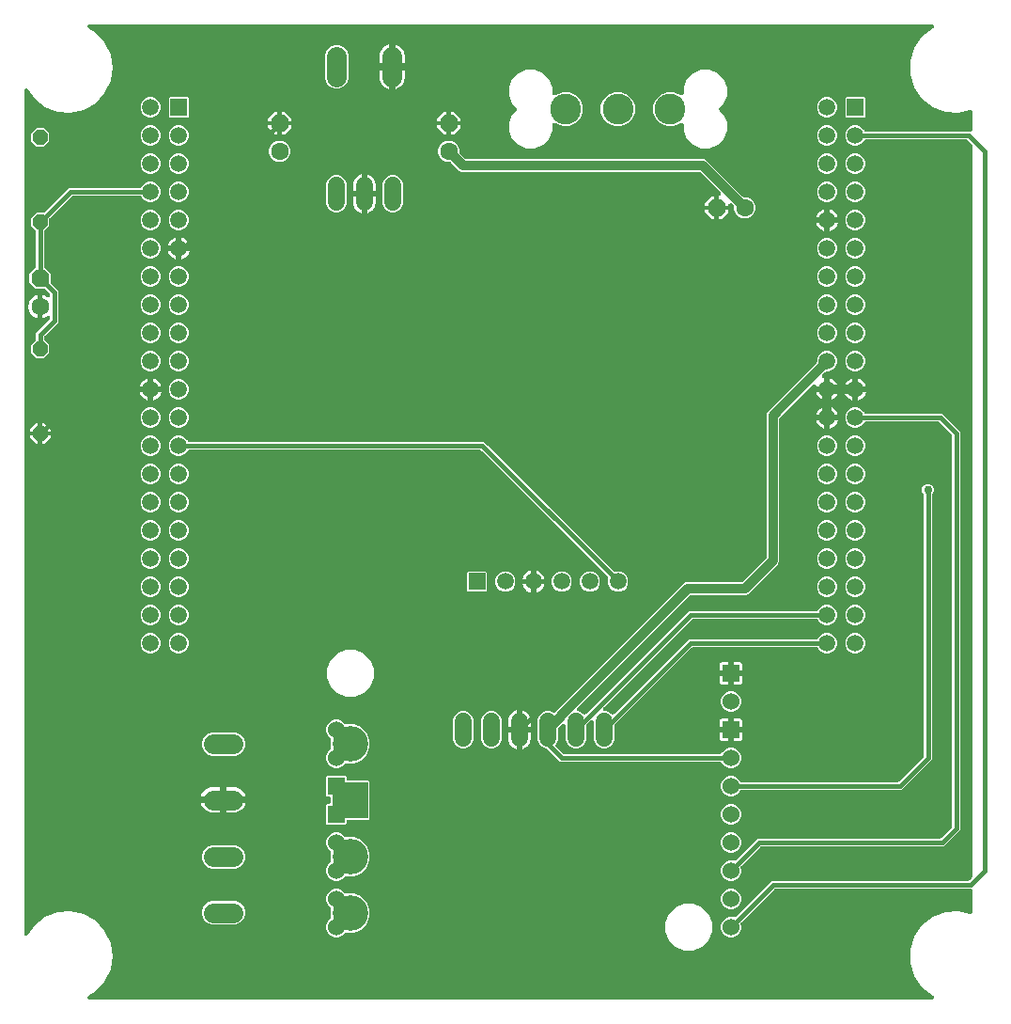
<source format=gbr>
G04 EAGLE Gerber RS-274X export*
G75*
%MOIN*%
%FSLAX34Y34*%
%LPD*%
%INTop Copper*%
%IPPOS*%
%AMOC8*
5,1,8,0,0,1.08239X$1,22.5*%
G01*
%ADD10C,0.070500*%
%ADD11P,0.068191X8X112.500000*%
%ADD12C,0.063000*%
%ADD13P,0.068191X8X202.500000*%
%ADD14C,0.060000*%
%ADD15P,0.056284X8X112.500000*%
%ADD16C,0.059370*%
%ADD17R,0.059370X0.059370*%
%ADD18R,0.060000X0.060000*%
%ADD19C,0.060000*%
%ADD20C,0.126000*%
%ADD21R,0.126000X0.126000*%
%ADD22C,0.109252*%
%ADD23C,0.016000*%
%ADD24C,0.029780*%
%ADD25C,0.032000*%

G36*
X32632Y431D02*
X32632Y431D01*
X32633Y431D01*
X32640Y432D01*
X32647Y432D01*
X32648Y433D01*
X32649Y433D01*
X32655Y435D01*
X32662Y437D01*
X32663Y437D01*
X32664Y438D01*
X32670Y441D01*
X32676Y445D01*
X32677Y446D01*
X32682Y450D01*
X32688Y455D01*
X32689Y456D01*
X32693Y462D01*
X32698Y467D01*
X32698Y468D01*
X32699Y469D01*
X32702Y475D01*
X32705Y481D01*
X32705Y482D01*
X32705Y483D01*
X32707Y490D01*
X32709Y496D01*
X32709Y497D01*
X32709Y498D01*
X32710Y505D01*
X32710Y512D01*
X32710Y513D01*
X32710Y514D01*
X32709Y521D01*
X32708Y528D01*
X32708Y529D01*
X32708Y530D01*
X32705Y536D01*
X32703Y543D01*
X32702Y544D01*
X32699Y550D01*
X32695Y556D01*
X32695Y557D01*
X32694Y558D01*
X32689Y563D01*
X32685Y568D01*
X32684Y569D01*
X32683Y569D01*
X32678Y573D01*
X32672Y578D01*
X32671Y578D01*
X32671Y579D01*
X32665Y581D01*
X32291Y880D01*
X32022Y1274D01*
X31882Y1730D01*
X31882Y2207D01*
X32022Y2663D01*
X32291Y3057D01*
X32664Y3355D01*
X33108Y3529D01*
X33584Y3565D01*
X33977Y3475D01*
X33979Y3475D01*
X33981Y3474D01*
X33987Y3474D01*
X33992Y3473D01*
X33994Y3473D01*
X33996Y3473D01*
X34002Y3474D01*
X34008Y3474D01*
X34010Y3475D01*
X34012Y3475D01*
X34018Y3477D01*
X34023Y3479D01*
X34025Y3480D01*
X34027Y3480D01*
X34032Y3483D01*
X34037Y3486D01*
X34039Y3487D01*
X34041Y3488D01*
X34045Y3492D01*
X34050Y3496D01*
X34051Y3497D01*
X34052Y3499D01*
X34056Y3503D01*
X34060Y3508D01*
X34061Y3510D01*
X34062Y3511D01*
X34065Y3517D01*
X34067Y3522D01*
X34068Y3524D01*
X34069Y3525D01*
X34070Y3531D01*
X34072Y3537D01*
X34072Y3539D01*
X34073Y3541D01*
X34074Y3553D01*
X34074Y4280D01*
X34074Y4281D01*
X34074Y4282D01*
X34073Y4289D01*
X34072Y4296D01*
X34072Y4297D01*
X34072Y4298D01*
X34069Y4304D01*
X34067Y4311D01*
X34067Y4312D01*
X34067Y4313D01*
X34063Y4319D01*
X34060Y4325D01*
X34059Y4325D01*
X34059Y4326D01*
X34054Y4331D01*
X34050Y4337D01*
X34049Y4337D01*
X34048Y4338D01*
X34043Y4342D01*
X34037Y4347D01*
X34036Y4348D01*
X34030Y4351D01*
X34023Y4354D01*
X34022Y4354D01*
X34015Y4356D01*
X34008Y4358D01*
X34007Y4358D01*
X34006Y4358D01*
X33994Y4359D01*
X27091Y4359D01*
X27090Y4359D01*
X27088Y4359D01*
X27082Y4358D01*
X27075Y4358D01*
X27074Y4357D01*
X27073Y4357D01*
X27067Y4355D01*
X27060Y4353D01*
X27059Y4352D01*
X27058Y4352D01*
X27052Y4349D01*
X27046Y4345D01*
X27045Y4345D01*
X27044Y4344D01*
X27035Y4336D01*
X25872Y3173D01*
X25871Y3172D01*
X25870Y3171D01*
X25866Y3166D01*
X25862Y3161D01*
X25861Y3159D01*
X25858Y3153D01*
X25854Y3147D01*
X25854Y3145D01*
X25854Y3144D01*
X25852Y3138D01*
X25850Y3132D01*
X25850Y3130D01*
X25850Y3129D01*
X25849Y3122D01*
X25849Y3116D01*
X25849Y3115D01*
X25849Y3113D01*
X25850Y3107D01*
X25850Y3100D01*
X25851Y3099D01*
X25851Y3098D01*
X25855Y3086D01*
X25861Y3072D01*
X25861Y2928D01*
X25806Y2796D01*
X25704Y2694D01*
X25572Y2639D01*
X25428Y2639D01*
X25296Y2694D01*
X25194Y2796D01*
X25139Y2928D01*
X25139Y3072D01*
X25194Y3204D01*
X25296Y3306D01*
X25428Y3361D01*
X25572Y3361D01*
X25586Y3355D01*
X25588Y3354D01*
X25589Y3354D01*
X25595Y3352D01*
X25602Y3350D01*
X25603Y3350D01*
X25604Y3350D01*
X25611Y3349D01*
X25617Y3349D01*
X25618Y3349D01*
X25620Y3349D01*
X25626Y3350D01*
X25633Y3350D01*
X25634Y3351D01*
X25635Y3351D01*
X25642Y3353D01*
X25648Y3355D01*
X25649Y3356D01*
X25650Y3356D01*
X25656Y3359D01*
X25662Y3363D01*
X25663Y3363D01*
X25664Y3364D01*
X25673Y3372D01*
X26836Y4535D01*
X26942Y4641D01*
X33909Y4641D01*
X33910Y4641D01*
X33912Y4641D01*
X33918Y4642D01*
X33925Y4642D01*
X33926Y4643D01*
X33927Y4643D01*
X33934Y4645D01*
X33940Y4647D01*
X33941Y4648D01*
X33942Y4648D01*
X33948Y4651D01*
X33954Y4655D01*
X33955Y4655D01*
X33956Y4656D01*
X33965Y4664D01*
X34050Y4749D01*
X34051Y4751D01*
X34052Y4752D01*
X34056Y4757D01*
X34060Y4762D01*
X34061Y4763D01*
X34062Y4764D01*
X34065Y4770D01*
X34068Y4776D01*
X34068Y4777D01*
X34069Y4778D01*
X34070Y4785D01*
X34072Y4791D01*
X34072Y4792D01*
X34073Y4794D01*
X34074Y4806D01*
X34074Y30694D01*
X34074Y30696D01*
X34074Y30697D01*
X34073Y30704D01*
X34072Y30710D01*
X34072Y30712D01*
X34071Y30713D01*
X34069Y30719D01*
X34067Y30725D01*
X34067Y30727D01*
X34066Y30728D01*
X34063Y30733D01*
X34060Y30739D01*
X34059Y30740D01*
X34058Y30741D01*
X34050Y30751D01*
X33902Y30899D01*
X33901Y30900D01*
X33900Y30901D01*
X33895Y30905D01*
X33890Y30909D01*
X33888Y30910D01*
X33887Y30911D01*
X33881Y30913D01*
X33876Y30916D01*
X33874Y30917D01*
X33873Y30917D01*
X33867Y30919D01*
X33861Y30921D01*
X33859Y30921D01*
X33858Y30921D01*
X33846Y30922D01*
X30303Y30922D01*
X30302Y30922D01*
X30301Y30922D01*
X30294Y30921D01*
X30287Y30921D01*
X30286Y30920D01*
X30285Y30920D01*
X30279Y30918D01*
X30272Y30916D01*
X30271Y30915D01*
X30270Y30915D01*
X30264Y30912D01*
X30258Y30908D01*
X30257Y30908D01*
X30256Y30907D01*
X30251Y30903D01*
X30246Y30898D01*
X30245Y30897D01*
X30241Y30891D01*
X30236Y30886D01*
X30236Y30885D01*
X30235Y30884D01*
X30230Y30873D01*
X30224Y30860D01*
X30124Y30760D01*
X29992Y30705D01*
X29850Y30705D01*
X29719Y30760D01*
X29618Y30860D01*
X29564Y30992D01*
X29564Y31134D01*
X29618Y31266D01*
X29719Y31366D01*
X29850Y31421D01*
X29992Y31421D01*
X30124Y31366D01*
X30224Y31266D01*
X30230Y31253D01*
X30230Y31252D01*
X30231Y31250D01*
X30234Y31245D01*
X30237Y31239D01*
X30238Y31238D01*
X30239Y31237D01*
X30243Y31232D01*
X30247Y31227D01*
X30248Y31226D01*
X30249Y31225D01*
X30254Y31221D01*
X30260Y31217D01*
X30261Y31216D01*
X30262Y31215D01*
X30268Y31212D01*
X30274Y31209D01*
X30275Y31209D01*
X30276Y31209D01*
X30282Y31207D01*
X30289Y31205D01*
X30290Y31205D01*
X30291Y31205D01*
X30303Y31204D01*
X33994Y31204D01*
X33995Y31204D01*
X33996Y31204D01*
X34003Y31205D01*
X34010Y31205D01*
X34011Y31206D01*
X34012Y31206D01*
X34019Y31208D01*
X34025Y31210D01*
X34026Y31210D01*
X34027Y31211D01*
X34033Y31214D01*
X34039Y31218D01*
X34040Y31218D01*
X34041Y31219D01*
X34046Y31223D01*
X34051Y31228D01*
X34052Y31228D01*
X34052Y31229D01*
X34057Y31235D01*
X34061Y31240D01*
X34061Y31241D01*
X34062Y31242D01*
X34065Y31248D01*
X34068Y31254D01*
X34068Y31255D01*
X34069Y31256D01*
X34071Y31263D01*
X34072Y31269D01*
X34073Y31270D01*
X34073Y31271D01*
X34074Y31283D01*
X34074Y31881D01*
X34073Y31882D01*
X34074Y31884D01*
X34073Y31890D01*
X34072Y31896D01*
X34072Y31898D01*
X34071Y31900D01*
X34069Y31906D01*
X34067Y31911D01*
X34066Y31913D01*
X34066Y31915D01*
X34063Y31920D01*
X34060Y31925D01*
X34059Y31927D01*
X34058Y31928D01*
X34054Y31933D01*
X34050Y31937D01*
X34048Y31938D01*
X34047Y31940D01*
X34042Y31943D01*
X34037Y31947D01*
X34036Y31948D01*
X34034Y31949D01*
X34029Y31952D01*
X34023Y31954D01*
X34021Y31955D01*
X34020Y31956D01*
X34014Y31957D01*
X34008Y31959D01*
X34006Y31959D01*
X34004Y31959D01*
X33998Y31959D01*
X33992Y31960D01*
X33990Y31960D01*
X33989Y31960D01*
X33977Y31958D01*
X33584Y31868D01*
X33108Y31904D01*
X32664Y32078D01*
X32291Y32376D01*
X32022Y32770D01*
X31882Y33226D01*
X31882Y33703D01*
X32022Y34159D01*
X32291Y34553D01*
X32666Y34852D01*
X32668Y34853D01*
X32674Y34856D01*
X32675Y34857D01*
X32676Y34858D01*
X32681Y34862D01*
X32686Y34866D01*
X32687Y34867D01*
X32688Y34868D01*
X32692Y34873D01*
X32696Y34878D01*
X32697Y34879D01*
X32698Y34880D01*
X32701Y34886D01*
X32704Y34892D01*
X32704Y34893D01*
X32705Y34894D01*
X32707Y34901D01*
X32709Y34907D01*
X32709Y34908D01*
X32709Y34909D01*
X32710Y34916D01*
X32710Y34923D01*
X32710Y34924D01*
X32710Y34925D01*
X32709Y34932D01*
X32709Y34939D01*
X32708Y34940D01*
X32708Y34941D01*
X32706Y34947D01*
X32704Y34954D01*
X32704Y34955D01*
X32703Y34956D01*
X32700Y34962D01*
X32696Y34968D01*
X32695Y34969D01*
X32691Y34974D01*
X32686Y34980D01*
X32685Y34981D01*
X32679Y34985D01*
X32674Y34990D01*
X32673Y34990D01*
X32672Y34991D01*
X32666Y34994D01*
X32660Y34997D01*
X32659Y34997D01*
X32658Y34998D01*
X32651Y34999D01*
X32645Y35001D01*
X32644Y35001D01*
X32643Y35001D01*
X32631Y35002D01*
X2767Y35002D01*
X2764Y35002D01*
X2761Y35002D01*
X2756Y35001D01*
X2751Y35001D01*
X2748Y35000D01*
X2745Y34999D01*
X2741Y34998D01*
X2736Y34996D01*
X2733Y34995D01*
X2731Y34994D01*
X2726Y34991D01*
X2722Y34989D01*
X2720Y34987D01*
X2717Y34985D01*
X2714Y34982D01*
X2710Y34978D01*
X2708Y34976D01*
X2706Y34974D01*
X2703Y34970D01*
X2700Y34966D01*
X2699Y34963D01*
X2697Y34961D01*
X2695Y34956D01*
X2693Y34952D01*
X2692Y34949D01*
X2691Y34946D01*
X2690Y34942D01*
X2689Y34937D01*
X2688Y34934D01*
X2688Y34931D01*
X2688Y34926D01*
X2688Y34921D01*
X2688Y34918D01*
X2688Y34915D01*
X2689Y34910D01*
X2689Y34905D01*
X2690Y34903D01*
X2691Y34900D01*
X2693Y34895D01*
X2694Y34890D01*
X2696Y34888D01*
X2697Y34885D01*
X2700Y34881D01*
X2702Y34877D01*
X2704Y34875D01*
X2706Y34872D01*
X2710Y34869D01*
X2713Y34865D01*
X2715Y34863D01*
X2717Y34861D01*
X2723Y34857D01*
X2725Y34855D01*
X2726Y34855D01*
X2727Y34854D01*
X2967Y34716D01*
X3291Y34366D01*
X3498Y33936D01*
X3569Y33465D01*
X3498Y32993D01*
X3291Y32563D01*
X2967Y32213D01*
X2553Y31974D01*
X2088Y31868D01*
X1612Y31904D01*
X1168Y32078D01*
X795Y32376D01*
X575Y32698D01*
X569Y32705D01*
X565Y32710D01*
X553Y32720D01*
X546Y32723D01*
X539Y32727D01*
X532Y32729D01*
X524Y32731D01*
X515Y32732D01*
X508Y32732D01*
X498Y32731D01*
X492Y32730D01*
X486Y32728D01*
X477Y32725D01*
X464Y32717D01*
X453Y32708D01*
X452Y32707D01*
X442Y32694D01*
X437Y32683D01*
X436Y32680D01*
X433Y32669D01*
X432Y32665D01*
X431Y32653D01*
X431Y25071D01*
X431Y25069D01*
X431Y25067D01*
X432Y25061D01*
X432Y25055D01*
X433Y25053D01*
X433Y25052D01*
X435Y25046D01*
X437Y25040D01*
X438Y25038D01*
X438Y25037D01*
X442Y25031D01*
X445Y25026D01*
X446Y25025D01*
X446Y25023D01*
X451Y25019D01*
X455Y25014D01*
X456Y25013D01*
X457Y25011D01*
X462Y25008D01*
X467Y25004D01*
X468Y25003D01*
X470Y25002D01*
X474Y25000D01*
X472Y24999D01*
X467Y24996D01*
X465Y24995D01*
X464Y24994D01*
X459Y24990D01*
X454Y24986D01*
X453Y24985D01*
X452Y24983D01*
X448Y24978D01*
X444Y24974D01*
X443Y24972D01*
X442Y24971D01*
X440Y24965D01*
X437Y24960D01*
X436Y24958D01*
X436Y24957D01*
X434Y24951D01*
X432Y24945D01*
X432Y24943D01*
X432Y24941D01*
X431Y24929D01*
X431Y2780D01*
X432Y2768D01*
X432Y2764D01*
X435Y2755D01*
X437Y2749D01*
X445Y2735D01*
X449Y2730D01*
X455Y2723D01*
X460Y2719D01*
X467Y2713D01*
X473Y2710D01*
X481Y2706D01*
X490Y2704D01*
X496Y2702D01*
X506Y2701D01*
X512Y2701D01*
X522Y2702D01*
X528Y2703D01*
X533Y2705D01*
X543Y2708D01*
X545Y2709D01*
X556Y2716D01*
X558Y2717D01*
X568Y2726D01*
X575Y2735D01*
X795Y3057D01*
X1168Y3355D01*
X1612Y3529D01*
X2088Y3565D01*
X2553Y3459D01*
X2967Y3220D01*
X3291Y2870D01*
X3498Y2440D01*
X3569Y1969D01*
X3498Y1497D01*
X3291Y1067D01*
X2967Y717D01*
X2727Y579D01*
X2725Y577D01*
X2722Y575D01*
X2718Y572D01*
X2714Y569D01*
X2712Y567D01*
X2710Y565D01*
X2707Y561D01*
X2704Y558D01*
X2702Y555D01*
X2700Y553D01*
X2698Y549D01*
X2695Y544D01*
X2694Y542D01*
X2693Y539D01*
X2692Y534D01*
X2690Y530D01*
X2690Y527D01*
X2689Y524D01*
X2688Y519D01*
X2688Y514D01*
X2688Y511D01*
X2688Y508D01*
X2688Y503D01*
X2688Y498D01*
X2689Y495D01*
X2689Y492D01*
X2691Y488D01*
X2692Y483D01*
X2694Y480D01*
X2694Y477D01*
X2697Y473D01*
X2699Y469D01*
X2701Y466D01*
X2702Y464D01*
X2706Y460D01*
X2709Y456D01*
X2711Y454D01*
X2713Y452D01*
X2717Y449D01*
X2720Y446D01*
X2723Y444D01*
X2725Y442D01*
X2730Y440D01*
X2734Y438D01*
X2737Y437D01*
X2740Y436D01*
X2744Y434D01*
X2749Y433D01*
X2752Y432D01*
X2755Y432D01*
X2762Y431D01*
X2765Y431D01*
X2766Y431D01*
X2767Y431D01*
X32631Y431D01*
X32632Y431D01*
G37*
%LPC*%
G36*
X25428Y8639D02*
X25428Y8639D01*
X25296Y8694D01*
X25194Y8796D01*
X25188Y8810D01*
X25188Y8811D01*
X25187Y8813D01*
X25184Y8818D01*
X25181Y8824D01*
X25180Y8825D01*
X25179Y8826D01*
X25175Y8831D01*
X25171Y8836D01*
X25170Y8837D01*
X25169Y8838D01*
X25163Y8842D01*
X25158Y8846D01*
X25157Y8847D01*
X25156Y8848D01*
X25150Y8851D01*
X25144Y8854D01*
X25143Y8854D01*
X25142Y8854D01*
X25136Y8856D01*
X25129Y8858D01*
X25128Y8858D01*
X25127Y8858D01*
X25115Y8859D01*
X19442Y8859D01*
X18985Y9316D01*
X18984Y9317D01*
X18983Y9318D01*
X18978Y9322D01*
X18973Y9326D01*
X18971Y9327D01*
X18970Y9328D01*
X18964Y9330D01*
X18959Y9333D01*
X18957Y9334D01*
X18956Y9334D01*
X18950Y9336D01*
X18944Y9338D01*
X18942Y9338D01*
X18941Y9338D01*
X18929Y9339D01*
X18928Y9339D01*
X18796Y9394D01*
X18694Y9496D01*
X18639Y9628D01*
X18639Y10372D01*
X18694Y10504D01*
X18796Y10606D01*
X18928Y10661D01*
X19072Y10661D01*
X19194Y10610D01*
X19195Y10610D01*
X19196Y10609D01*
X19203Y10607D01*
X19210Y10605D01*
X19211Y10605D01*
X19218Y10605D01*
X19225Y10604D01*
X19226Y10604D01*
X19227Y10604D01*
X19234Y10605D01*
X19241Y10606D01*
X19242Y10606D01*
X19243Y10606D01*
X19249Y10608D01*
X19256Y10610D01*
X19257Y10611D01*
X19258Y10611D01*
X19264Y10615D01*
X19270Y10618D01*
X19271Y10619D01*
X19277Y10624D01*
X19282Y10628D01*
X19282Y10629D01*
X19283Y10630D01*
X19287Y10634D01*
X23840Y15187D01*
X23921Y15221D01*
X25876Y15221D01*
X25877Y15221D01*
X25879Y15221D01*
X25885Y15222D01*
X25891Y15222D01*
X25893Y15223D01*
X25894Y15223D01*
X25900Y15225D01*
X25907Y15227D01*
X25908Y15228D01*
X25909Y15228D01*
X25915Y15231D01*
X25920Y15235D01*
X25921Y15235D01*
X25923Y15236D01*
X25932Y15244D01*
X26756Y16068D01*
X26757Y16069D01*
X26758Y16070D01*
X26762Y16075D01*
X26766Y16080D01*
X26767Y16082D01*
X26768Y16083D01*
X26770Y16089D01*
X26773Y16094D01*
X26774Y16096D01*
X26774Y16097D01*
X26776Y16103D01*
X26778Y16110D01*
X26778Y16111D01*
X26778Y16112D01*
X26779Y16124D01*
X26779Y21186D01*
X26813Y21267D01*
X28540Y22994D01*
X28541Y22996D01*
X28542Y22996D01*
X28546Y23002D01*
X28550Y23007D01*
X28551Y23008D01*
X28552Y23009D01*
X28555Y23015D01*
X28558Y23021D01*
X28558Y23022D01*
X28559Y23023D01*
X28560Y23029D01*
X28562Y23036D01*
X28562Y23037D01*
X28563Y23039D01*
X28564Y23050D01*
X28564Y23134D01*
X28618Y23266D01*
X28719Y23366D01*
X28850Y23421D01*
X28992Y23421D01*
X29124Y23366D01*
X29224Y23266D01*
X29279Y23134D01*
X29279Y22992D01*
X29224Y22860D01*
X29124Y22760D01*
X28992Y22705D01*
X28909Y22705D01*
X28907Y22705D01*
X28906Y22705D01*
X28899Y22704D01*
X28893Y22704D01*
X28892Y22703D01*
X28890Y22703D01*
X28884Y22701D01*
X28878Y22699D01*
X28877Y22698D01*
X28875Y22698D01*
X28870Y22695D01*
X28864Y22692D01*
X28863Y22691D01*
X28862Y22690D01*
X28853Y22682D01*
X28755Y22584D01*
X28751Y22579D01*
X28746Y22574D01*
X28746Y22573D01*
X28745Y22572D01*
X28742Y22566D01*
X28738Y22560D01*
X28738Y22559D01*
X28737Y22558D01*
X28736Y22552D01*
X28733Y22545D01*
X28733Y22544D01*
X28733Y22543D01*
X28732Y22536D01*
X28732Y22530D01*
X28732Y22529D01*
X28732Y22527D01*
X28732Y22521D01*
X28733Y22514D01*
X28733Y22513D01*
X28733Y22512D01*
X28735Y22505D01*
X28737Y22499D01*
X28738Y22498D01*
X28738Y22497D01*
X28741Y22491D01*
X28745Y22485D01*
X28745Y22484D01*
X28746Y22483D01*
X28750Y22478D01*
X28754Y22473D01*
X28755Y22472D01*
X28756Y22471D01*
X28761Y22467D01*
X28767Y22462D01*
X28768Y22462D01*
X28769Y22461D01*
X28775Y22458D01*
X28781Y22455D01*
X28782Y22455D01*
X28783Y22454D01*
X28789Y22452D01*
X28796Y22451D01*
X28797Y22450D01*
X28798Y22450D01*
X28805Y22450D01*
X28811Y22449D01*
X28813Y22449D01*
X28814Y22449D01*
X28816Y22449D01*
X28823Y22450D01*
X28824Y22450D01*
X28824Y22161D01*
X28534Y22161D01*
X28535Y22168D01*
X28535Y22174D01*
X28535Y22176D01*
X28535Y22177D01*
X28534Y22183D01*
X28533Y22190D01*
X28533Y22191D01*
X28533Y22192D01*
X28531Y22199D01*
X28529Y22205D01*
X28528Y22206D01*
X28528Y22207D01*
X28524Y22213D01*
X28521Y22219D01*
X28520Y22220D01*
X28519Y22221D01*
X28515Y22226D01*
X28511Y22231D01*
X28510Y22232D01*
X28509Y22232D01*
X28503Y22236D01*
X28498Y22241D01*
X28497Y22241D01*
X28496Y22242D01*
X28490Y22245D01*
X28484Y22248D01*
X28483Y22248D01*
X28482Y22248D01*
X28475Y22250D01*
X28469Y22252D01*
X28468Y22252D01*
X28466Y22252D01*
X28460Y22252D01*
X28453Y22253D01*
X28452Y22252D01*
X28451Y22252D01*
X28444Y22251D01*
X28437Y22250D01*
X28436Y22250D01*
X28435Y22250D01*
X28429Y22247D01*
X28422Y22245D01*
X28421Y22245D01*
X28420Y22244D01*
X28415Y22241D01*
X28409Y22237D01*
X28408Y22236D01*
X28407Y22236D01*
X28405Y22234D01*
X28400Y22229D01*
X27244Y21074D01*
X27243Y21072D01*
X27242Y21071D01*
X27238Y21066D01*
X27234Y21061D01*
X27233Y21060D01*
X27232Y21059D01*
X27230Y21053D01*
X27227Y21047D01*
X27226Y21046D01*
X27226Y21045D01*
X27224Y21038D01*
X27222Y21032D01*
X27222Y21031D01*
X27222Y21029D01*
X27221Y21017D01*
X27221Y15956D01*
X27187Y15875D01*
X26125Y14813D01*
X26044Y14779D01*
X24089Y14779D01*
X24087Y14779D01*
X24086Y14779D01*
X24080Y14778D01*
X24073Y14778D01*
X24072Y14777D01*
X24070Y14777D01*
X24064Y14775D01*
X24058Y14773D01*
X24057Y14772D01*
X24055Y14772D01*
X24050Y14769D01*
X24044Y14765D01*
X24043Y14765D01*
X24042Y14764D01*
X24033Y14756D01*
X20061Y10784D01*
X20060Y10783D01*
X20055Y10777D01*
X20051Y10772D01*
X20050Y10771D01*
X20050Y10770D01*
X20047Y10764D01*
X20043Y10758D01*
X20043Y10757D01*
X20043Y10756D01*
X20041Y10749D01*
X20039Y10743D01*
X20039Y10742D01*
X20039Y10741D01*
X20038Y10734D01*
X20038Y10727D01*
X20038Y10726D01*
X20038Y10725D01*
X20038Y10718D01*
X20039Y10711D01*
X20040Y10711D01*
X20040Y10710D01*
X20042Y10703D01*
X20044Y10696D01*
X20045Y10695D01*
X20048Y10689D01*
X20052Y10682D01*
X20053Y10681D01*
X20057Y10676D01*
X20062Y10670D01*
X20063Y10670D01*
X20063Y10669D01*
X20069Y10665D01*
X20075Y10661D01*
X20075Y10660D01*
X20076Y10660D01*
X20086Y10655D01*
X20204Y10606D01*
X20250Y10561D01*
X20250Y10560D01*
X20251Y10559D01*
X20256Y10555D01*
X20262Y10551D01*
X20263Y10550D01*
X20270Y10547D01*
X20276Y10543D01*
X20277Y10543D01*
X20278Y10543D01*
X20284Y10541D01*
X20291Y10539D01*
X20292Y10539D01*
X20293Y10538D01*
X20300Y10538D01*
X20307Y10537D01*
X20308Y10538D01*
X20309Y10537D01*
X20315Y10538D01*
X20322Y10539D01*
X20323Y10540D01*
X20324Y10540D01*
X20331Y10542D01*
X20337Y10544D01*
X20338Y10545D01*
X20339Y10545D01*
X20345Y10548D01*
X20351Y10552D01*
X20352Y10552D01*
X20353Y10553D01*
X20362Y10561D01*
X24005Y14204D01*
X28540Y14204D01*
X28541Y14204D01*
X28542Y14204D01*
X28549Y14205D01*
X28555Y14205D01*
X28556Y14206D01*
X28558Y14206D01*
X28564Y14208D01*
X28570Y14210D01*
X28571Y14211D01*
X28573Y14211D01*
X28578Y14214D01*
X28584Y14218D01*
X28585Y14218D01*
X28586Y14219D01*
X28591Y14223D01*
X28596Y14228D01*
X28597Y14229D01*
X28598Y14229D01*
X28602Y14235D01*
X28606Y14240D01*
X28607Y14241D01*
X28607Y14242D01*
X28613Y14253D01*
X28618Y14266D01*
X28719Y14366D01*
X28850Y14421D01*
X28992Y14421D01*
X29124Y14366D01*
X29224Y14266D01*
X29279Y14134D01*
X29279Y13992D01*
X29224Y13860D01*
X29124Y13760D01*
X28992Y13705D01*
X28850Y13705D01*
X28719Y13760D01*
X28618Y13860D01*
X28613Y13873D01*
X28612Y13874D01*
X28612Y13876D01*
X28608Y13881D01*
X28605Y13887D01*
X28605Y13888D01*
X28604Y13889D01*
X28599Y13894D01*
X28595Y13899D01*
X28594Y13900D01*
X28593Y13901D01*
X28588Y13905D01*
X28583Y13909D01*
X28582Y13910D01*
X28581Y13911D01*
X28575Y13913D01*
X28569Y13917D01*
X28568Y13917D01*
X28567Y13917D01*
X28560Y13919D01*
X28554Y13921D01*
X28553Y13921D01*
X28551Y13921D01*
X28540Y13922D01*
X24154Y13922D01*
X24153Y13922D01*
X24151Y13922D01*
X24145Y13921D01*
X24138Y13921D01*
X24137Y13920D01*
X24136Y13920D01*
X24129Y13918D01*
X24123Y13916D01*
X24122Y13915D01*
X24121Y13915D01*
X24115Y13912D01*
X24109Y13908D01*
X24108Y13908D01*
X24107Y13907D01*
X24098Y13899D01*
X20995Y10796D01*
X20994Y10795D01*
X20990Y10790D01*
X20985Y10784D01*
X20985Y10783D01*
X20981Y10776D01*
X20978Y10770D01*
X20978Y10769D01*
X20977Y10769D01*
X20975Y10762D01*
X20973Y10755D01*
X20973Y10754D01*
X20973Y10746D01*
X20972Y10739D01*
X20972Y10738D01*
X20973Y10731D01*
X20974Y10723D01*
X20974Y10722D01*
X20976Y10715D01*
X20978Y10708D01*
X20979Y10708D01*
X20979Y10707D01*
X20983Y10701D01*
X20986Y10695D01*
X20987Y10694D01*
X20992Y10688D01*
X20996Y10683D01*
X20997Y10682D01*
X21003Y10677D01*
X21009Y10673D01*
X21010Y10672D01*
X21016Y10669D01*
X21023Y10666D01*
X21024Y10666D01*
X21031Y10664D01*
X21038Y10662D01*
X21039Y10662D01*
X21051Y10661D01*
X21072Y10661D01*
X21204Y10606D01*
X21250Y10561D01*
X21250Y10560D01*
X21251Y10559D01*
X21256Y10555D01*
X21262Y10551D01*
X21263Y10550D01*
X21270Y10547D01*
X21276Y10543D01*
X21277Y10543D01*
X21278Y10543D01*
X21284Y10541D01*
X21291Y10539D01*
X21292Y10539D01*
X21293Y10538D01*
X21300Y10538D01*
X21307Y10537D01*
X21308Y10538D01*
X21309Y10537D01*
X21315Y10538D01*
X21322Y10539D01*
X21323Y10540D01*
X21324Y10540D01*
X21331Y10542D01*
X21337Y10544D01*
X21338Y10545D01*
X21339Y10545D01*
X21345Y10548D01*
X21351Y10552D01*
X21352Y10552D01*
X21353Y10553D01*
X21362Y10561D01*
X23899Y13098D01*
X24005Y13204D01*
X28540Y13204D01*
X28541Y13204D01*
X28542Y13204D01*
X28549Y13205D01*
X28555Y13205D01*
X28556Y13206D01*
X28558Y13206D01*
X28564Y13208D01*
X28570Y13210D01*
X28571Y13211D01*
X28573Y13211D01*
X28578Y13214D01*
X28584Y13218D01*
X28585Y13218D01*
X28586Y13219D01*
X28591Y13223D01*
X28596Y13228D01*
X28597Y13229D01*
X28598Y13229D01*
X28602Y13235D01*
X28606Y13240D01*
X28607Y13241D01*
X28607Y13242D01*
X28613Y13253D01*
X28618Y13266D01*
X28719Y13366D01*
X28850Y13421D01*
X28992Y13421D01*
X29124Y13366D01*
X29224Y13266D01*
X29279Y13134D01*
X29279Y12992D01*
X29224Y12860D01*
X29124Y12760D01*
X28992Y12705D01*
X28850Y12705D01*
X28719Y12760D01*
X28618Y12860D01*
X28613Y12873D01*
X28612Y12874D01*
X28612Y12876D01*
X28608Y12881D01*
X28605Y12887D01*
X28605Y12888D01*
X28604Y12889D01*
X28599Y12894D01*
X28595Y12899D01*
X28594Y12900D01*
X28593Y12901D01*
X28588Y12905D01*
X28583Y12909D01*
X28582Y12910D01*
X28581Y12911D01*
X28575Y12913D01*
X28569Y12917D01*
X28568Y12917D01*
X28567Y12917D01*
X28560Y12919D01*
X28554Y12921D01*
X28553Y12921D01*
X28551Y12921D01*
X28540Y12922D01*
X24154Y12922D01*
X24153Y12922D01*
X24151Y12922D01*
X24145Y12921D01*
X24138Y12921D01*
X24137Y12920D01*
X24136Y12920D01*
X24129Y12918D01*
X24123Y12916D01*
X24122Y12915D01*
X24121Y12915D01*
X24115Y12912D01*
X24109Y12908D01*
X24108Y12908D01*
X24107Y12907D01*
X24098Y12899D01*
X21384Y10185D01*
X21383Y10184D01*
X21382Y10183D01*
X21378Y10178D01*
X21374Y10173D01*
X21373Y10171D01*
X21372Y10170D01*
X21370Y10164D01*
X21367Y10159D01*
X21366Y10157D01*
X21366Y10156D01*
X21364Y10150D01*
X21362Y10144D01*
X21362Y10142D01*
X21362Y10141D01*
X21361Y10129D01*
X21361Y9628D01*
X21306Y9496D01*
X21204Y9394D01*
X21072Y9339D01*
X20928Y9339D01*
X20796Y9394D01*
X20694Y9496D01*
X20639Y9628D01*
X20639Y10249D01*
X20639Y10250D01*
X20638Y10257D01*
X20638Y10265D01*
X20637Y10266D01*
X20635Y10273D01*
X20633Y10280D01*
X20633Y10281D01*
X20629Y10287D01*
X20625Y10294D01*
X20620Y10300D01*
X20615Y10306D01*
X20609Y10311D01*
X20603Y10315D01*
X20603Y10316D01*
X20602Y10316D01*
X20596Y10319D01*
X20589Y10323D01*
X20588Y10323D01*
X20581Y10325D01*
X20574Y10327D01*
X20573Y10327D01*
X20565Y10328D01*
X20558Y10328D01*
X20557Y10328D01*
X20550Y10327D01*
X20542Y10326D01*
X20541Y10326D01*
X20534Y10323D01*
X20527Y10321D01*
X20520Y10317D01*
X20514Y10313D01*
X20513Y10313D01*
X20504Y10305D01*
X20384Y10185D01*
X20383Y10184D01*
X20382Y10183D01*
X20378Y10178D01*
X20374Y10173D01*
X20373Y10171D01*
X20372Y10170D01*
X20370Y10164D01*
X20367Y10159D01*
X20366Y10157D01*
X20366Y10156D01*
X20364Y10150D01*
X20362Y10144D01*
X20362Y10142D01*
X20362Y10141D01*
X20361Y10129D01*
X20361Y9628D01*
X20306Y9496D01*
X20204Y9394D01*
X20072Y9339D01*
X19928Y9339D01*
X19796Y9394D01*
X19694Y9496D01*
X19639Y9628D01*
X19639Y10136D01*
X19639Y10137D01*
X19638Y10144D01*
X19638Y10151D01*
X19638Y10152D01*
X19637Y10152D01*
X19635Y10159D01*
X19633Y10167D01*
X19629Y10174D01*
X19625Y10180D01*
X19625Y10181D01*
X19620Y10187D01*
X19615Y10192D01*
X19615Y10193D01*
X19609Y10198D01*
X19603Y10202D01*
X19603Y10203D01*
X19602Y10203D01*
X19596Y10206D01*
X19589Y10210D01*
X19588Y10210D01*
X19581Y10212D01*
X19574Y10214D01*
X19573Y10214D01*
X19565Y10214D01*
X19558Y10215D01*
X19557Y10215D01*
X19550Y10214D01*
X19542Y10213D01*
X19541Y10213D01*
X19534Y10210D01*
X19527Y10208D01*
X19520Y10204D01*
X19514Y10200D01*
X19513Y10200D01*
X19504Y10192D01*
X19384Y10072D01*
X19383Y10071D01*
X19382Y10070D01*
X19378Y10065D01*
X19374Y10060D01*
X19373Y10058D01*
X19372Y10057D01*
X19370Y10051D01*
X19367Y10046D01*
X19366Y10044D01*
X19366Y10043D01*
X19364Y10037D01*
X19362Y10030D01*
X19362Y10029D01*
X19362Y10028D01*
X19361Y10016D01*
X19361Y9628D01*
X19305Y9493D01*
X19301Y9488D01*
X19300Y9487D01*
X19297Y9480D01*
X19293Y9474D01*
X19293Y9473D01*
X19293Y9472D01*
X19291Y9466D01*
X19289Y9459D01*
X19289Y9458D01*
X19288Y9457D01*
X19288Y9450D01*
X19287Y9443D01*
X19288Y9442D01*
X19287Y9441D01*
X19288Y9435D01*
X19289Y9428D01*
X19290Y9427D01*
X19290Y9426D01*
X19292Y9419D01*
X19294Y9413D01*
X19295Y9412D01*
X19295Y9411D01*
X19298Y9405D01*
X19302Y9399D01*
X19302Y9398D01*
X19303Y9397D01*
X19311Y9388D01*
X19535Y9164D01*
X19536Y9163D01*
X19537Y9162D01*
X19542Y9158D01*
X19547Y9154D01*
X19549Y9153D01*
X19550Y9152D01*
X19556Y9150D01*
X19561Y9147D01*
X19563Y9146D01*
X19564Y9146D01*
X19570Y9144D01*
X19576Y9142D01*
X19578Y9142D01*
X19579Y9142D01*
X19591Y9141D01*
X25115Y9141D01*
X25116Y9141D01*
X25117Y9141D01*
X25124Y9142D01*
X25131Y9142D01*
X25132Y9143D01*
X25133Y9143D01*
X25139Y9145D01*
X25146Y9147D01*
X25147Y9148D01*
X25148Y9148D01*
X25154Y9151D01*
X25160Y9155D01*
X25162Y9156D01*
X25166Y9160D01*
X25172Y9165D01*
X25172Y9166D01*
X25173Y9166D01*
X25177Y9172D01*
X25181Y9177D01*
X25182Y9178D01*
X25183Y9179D01*
X25188Y9190D01*
X25194Y9204D01*
X25296Y9306D01*
X25428Y9361D01*
X25572Y9361D01*
X25704Y9306D01*
X25806Y9204D01*
X25861Y9072D01*
X25861Y8928D01*
X25806Y8796D01*
X25704Y8694D01*
X25572Y8639D01*
X25428Y8639D01*
G37*
%LPD*%
%LPC*%
G36*
X25428Y4639D02*
X25428Y4639D01*
X25296Y4694D01*
X25194Y4796D01*
X25139Y4928D01*
X25139Y5072D01*
X25194Y5204D01*
X25296Y5306D01*
X25428Y5361D01*
X25572Y5361D01*
X25586Y5355D01*
X25588Y5354D01*
X25589Y5354D01*
X25595Y5352D01*
X25602Y5350D01*
X25603Y5350D01*
X25604Y5350D01*
X25611Y5349D01*
X25617Y5349D01*
X25618Y5349D01*
X25620Y5349D01*
X25626Y5350D01*
X25633Y5350D01*
X25634Y5351D01*
X25635Y5351D01*
X25642Y5353D01*
X25648Y5355D01*
X25649Y5356D01*
X25650Y5356D01*
X25656Y5359D01*
X25662Y5363D01*
X25663Y5363D01*
X25664Y5364D01*
X25673Y5372D01*
X26442Y6141D01*
X32909Y6141D01*
X32910Y6141D01*
X32912Y6141D01*
X32918Y6142D01*
X32925Y6142D01*
X32926Y6143D01*
X32927Y6143D01*
X32933Y6145D01*
X32940Y6147D01*
X32941Y6148D01*
X32942Y6148D01*
X32948Y6151D01*
X32954Y6155D01*
X32955Y6155D01*
X32956Y6156D01*
X32965Y6164D01*
X33336Y6535D01*
X33337Y6536D01*
X33338Y6537D01*
X33342Y6542D01*
X33346Y6547D01*
X33347Y6549D01*
X33348Y6550D01*
X33350Y6556D01*
X33353Y6561D01*
X33354Y6563D01*
X33354Y6564D01*
X33356Y6570D01*
X33358Y6576D01*
X33358Y6578D01*
X33358Y6579D01*
X33359Y6591D01*
X33359Y20409D01*
X33359Y20410D01*
X33359Y20412D01*
X33358Y20418D01*
X33358Y20425D01*
X33357Y20426D01*
X33357Y20427D01*
X33355Y20433D01*
X33353Y20440D01*
X33352Y20441D01*
X33352Y20442D01*
X33349Y20448D01*
X33345Y20454D01*
X33345Y20455D01*
X33344Y20456D01*
X33336Y20465D01*
X32902Y20899D01*
X32901Y20900D01*
X32900Y20901D01*
X32895Y20905D01*
X32890Y20909D01*
X32888Y20910D01*
X32887Y20911D01*
X32881Y20913D01*
X32876Y20916D01*
X32874Y20917D01*
X32873Y20917D01*
X32867Y20919D01*
X32861Y20921D01*
X32859Y20921D01*
X32858Y20921D01*
X32846Y20922D01*
X30303Y20922D01*
X30302Y20922D01*
X30301Y20922D01*
X30294Y20921D01*
X30287Y20921D01*
X30286Y20920D01*
X30285Y20920D01*
X30279Y20918D01*
X30272Y20916D01*
X30271Y20915D01*
X30270Y20915D01*
X30264Y20912D01*
X30258Y20908D01*
X30257Y20908D01*
X30256Y20907D01*
X30251Y20903D01*
X30246Y20898D01*
X30245Y20897D01*
X30241Y20891D01*
X30236Y20886D01*
X30236Y20885D01*
X30235Y20884D01*
X30230Y20873D01*
X30224Y20860D01*
X30124Y20760D01*
X29992Y20705D01*
X29850Y20705D01*
X29719Y20760D01*
X29618Y20860D01*
X29564Y20992D01*
X29564Y21134D01*
X29618Y21266D01*
X29719Y21366D01*
X29850Y21421D01*
X29992Y21421D01*
X30124Y21366D01*
X30224Y21266D01*
X30230Y21253D01*
X30230Y21252D01*
X30231Y21250D01*
X30234Y21245D01*
X30237Y21239D01*
X30238Y21238D01*
X30239Y21237D01*
X30243Y21232D01*
X30247Y21227D01*
X30248Y21226D01*
X30249Y21225D01*
X30254Y21221D01*
X30260Y21217D01*
X30261Y21216D01*
X30262Y21215D01*
X30268Y21212D01*
X30274Y21209D01*
X30275Y21209D01*
X30276Y21209D01*
X30282Y21207D01*
X30289Y21205D01*
X30290Y21205D01*
X30291Y21205D01*
X30303Y21204D01*
X32995Y21204D01*
X33641Y20558D01*
X33641Y6442D01*
X33058Y5859D01*
X26591Y5859D01*
X26590Y5859D01*
X26588Y5859D01*
X26582Y5858D01*
X26575Y5858D01*
X26574Y5857D01*
X26573Y5857D01*
X26567Y5855D01*
X26560Y5853D01*
X26559Y5852D01*
X26558Y5852D01*
X26552Y5849D01*
X26546Y5845D01*
X26545Y5845D01*
X26544Y5844D01*
X26535Y5836D01*
X25872Y5173D01*
X25871Y5172D01*
X25870Y5171D01*
X25866Y5166D01*
X25862Y5161D01*
X25861Y5159D01*
X25858Y5153D01*
X25854Y5147D01*
X25854Y5145D01*
X25854Y5144D01*
X25852Y5138D01*
X25850Y5132D01*
X25850Y5130D01*
X25850Y5129D01*
X25849Y5122D01*
X25849Y5116D01*
X25849Y5115D01*
X25849Y5113D01*
X25850Y5107D01*
X25850Y5100D01*
X25851Y5099D01*
X25851Y5098D01*
X25855Y5086D01*
X25861Y5072D01*
X25861Y4928D01*
X25806Y4796D01*
X25704Y4694D01*
X25572Y4639D01*
X25428Y4639D01*
G37*
%LPD*%
%LPC*%
G36*
X25925Y28124D02*
X25925Y28124D01*
X25787Y28181D01*
X25681Y28287D01*
X25624Y28425D01*
X25624Y28531D01*
X25624Y28532D01*
X25624Y28534D01*
X25623Y28540D01*
X25623Y28546D01*
X25622Y28548D01*
X25622Y28549D01*
X25620Y28555D01*
X25618Y28562D01*
X25617Y28563D01*
X25617Y28564D01*
X25614Y28570D01*
X25610Y28575D01*
X25610Y28577D01*
X25609Y28578D01*
X25601Y28587D01*
X25551Y28637D01*
X25550Y28637D01*
X25545Y28642D01*
X25539Y28647D01*
X25538Y28647D01*
X25531Y28651D01*
X25525Y28654D01*
X25524Y28654D01*
X25524Y28655D01*
X25517Y28657D01*
X25510Y28659D01*
X25509Y28659D01*
X25501Y28659D01*
X25494Y28660D01*
X25493Y28660D01*
X25486Y28659D01*
X25478Y28658D01*
X25477Y28658D01*
X25470Y28656D01*
X25463Y28653D01*
X25462Y28653D01*
X25456Y28649D01*
X25450Y28646D01*
X25449Y28645D01*
X25443Y28640D01*
X25438Y28635D01*
X25437Y28635D01*
X25432Y28629D01*
X25428Y28623D01*
X25428Y28622D01*
X25427Y28622D01*
X25424Y28615D01*
X25421Y28609D01*
X25421Y28608D01*
X25419Y28601D01*
X25417Y28594D01*
X25417Y28593D01*
X25416Y28581D01*
X25416Y28579D01*
X25079Y28579D01*
X25079Y28916D01*
X25081Y28916D01*
X25082Y28916D01*
X25089Y28917D01*
X25096Y28917D01*
X25097Y28917D01*
X25097Y28918D01*
X25104Y28920D01*
X25112Y28922D01*
X25119Y28926D01*
X25125Y28930D01*
X25126Y28930D01*
X25132Y28935D01*
X25137Y28940D01*
X25138Y28940D01*
X25143Y28946D01*
X25147Y28952D01*
X25148Y28952D01*
X25148Y28953D01*
X25151Y28959D01*
X25155Y28966D01*
X25155Y28967D01*
X25157Y28974D01*
X25159Y28981D01*
X25159Y28982D01*
X25159Y28990D01*
X25160Y28997D01*
X25160Y28998D01*
X25159Y29005D01*
X25158Y29013D01*
X25158Y29014D01*
X25155Y29021D01*
X25153Y29028D01*
X25149Y29035D01*
X25145Y29041D01*
X25145Y29042D01*
X25137Y29051D01*
X24432Y29756D01*
X24431Y29757D01*
X24430Y29758D01*
X24425Y29762D01*
X24420Y29766D01*
X24418Y29767D01*
X24417Y29768D01*
X24411Y29770D01*
X24406Y29773D01*
X24404Y29774D01*
X24403Y29774D01*
X24397Y29776D01*
X24390Y29778D01*
X24389Y29778D01*
X24388Y29778D01*
X24376Y29779D01*
X15956Y29779D01*
X15875Y29813D01*
X15587Y30101D01*
X15586Y30102D01*
X15585Y30103D01*
X15580Y30107D01*
X15575Y30111D01*
X15573Y30112D01*
X15572Y30113D01*
X15566Y30115D01*
X15561Y30118D01*
X15559Y30119D01*
X15558Y30119D01*
X15552Y30121D01*
X15545Y30123D01*
X15544Y30123D01*
X15543Y30123D01*
X15531Y30124D01*
X15425Y30124D01*
X15287Y30181D01*
X15181Y30287D01*
X15124Y30425D01*
X15124Y30575D01*
X15181Y30713D01*
X15287Y30819D01*
X15425Y30876D01*
X15575Y30876D01*
X15713Y30819D01*
X15819Y30713D01*
X15876Y30575D01*
X15876Y30469D01*
X15876Y30468D01*
X15876Y30466D01*
X15877Y30460D01*
X15877Y30454D01*
X15878Y30452D01*
X15878Y30451D01*
X15880Y30445D01*
X15882Y30438D01*
X15883Y30437D01*
X15883Y30436D01*
X15886Y30430D01*
X15890Y30425D01*
X15890Y30424D01*
X15891Y30422D01*
X15899Y30413D01*
X16068Y30244D01*
X16069Y30243D01*
X16070Y30242D01*
X16075Y30238D01*
X16080Y30234D01*
X16082Y30233D01*
X16083Y30232D01*
X16089Y30230D01*
X16094Y30227D01*
X16096Y30226D01*
X16097Y30226D01*
X16103Y30224D01*
X16110Y30222D01*
X16111Y30222D01*
X16112Y30222D01*
X16124Y30221D01*
X24544Y30221D01*
X24625Y30187D01*
X25913Y28899D01*
X25914Y28898D01*
X25915Y28897D01*
X25920Y28893D01*
X25925Y28889D01*
X25927Y28888D01*
X25928Y28887D01*
X25934Y28885D01*
X25939Y28882D01*
X25941Y28881D01*
X25942Y28881D01*
X25948Y28879D01*
X25955Y28877D01*
X25956Y28877D01*
X25957Y28877D01*
X25969Y28876D01*
X26075Y28876D01*
X26213Y28819D01*
X26319Y28713D01*
X26376Y28575D01*
X26376Y28425D01*
X26319Y28287D01*
X26213Y28181D01*
X26075Y28124D01*
X25925Y28124D01*
G37*
%LPD*%
%LPC*%
G36*
X21429Y14892D02*
X21429Y14892D01*
X21297Y14947D01*
X21197Y15047D01*
X21142Y15179D01*
X21142Y15321D01*
X21148Y15334D01*
X21148Y15335D01*
X21149Y15336D01*
X21150Y15343D01*
X21152Y15349D01*
X21152Y15350D01*
X21153Y15352D01*
X21153Y15358D01*
X21154Y15365D01*
X21154Y15366D01*
X21154Y15367D01*
X21153Y15374D01*
X21152Y15381D01*
X21152Y15382D01*
X21152Y15383D01*
X21149Y15389D01*
X21147Y15396D01*
X21147Y15397D01*
X21146Y15398D01*
X21143Y15404D01*
X21140Y15409D01*
X21139Y15410D01*
X21138Y15411D01*
X21131Y15420D01*
X16652Y19899D01*
X16651Y19900D01*
X16650Y19901D01*
X16645Y19905D01*
X16640Y19909D01*
X16638Y19910D01*
X16637Y19911D01*
X16631Y19913D01*
X16626Y19916D01*
X16624Y19917D01*
X16623Y19917D01*
X16617Y19919D01*
X16611Y19921D01*
X16609Y19921D01*
X16608Y19921D01*
X16596Y19922D01*
X6303Y19922D01*
X6302Y19922D01*
X6301Y19922D01*
X6294Y19921D01*
X6287Y19921D01*
X6286Y19920D01*
X6285Y19920D01*
X6279Y19918D01*
X6272Y19916D01*
X6271Y19915D01*
X6270Y19915D01*
X6264Y19912D01*
X6258Y19908D01*
X6257Y19908D01*
X6256Y19907D01*
X6251Y19903D01*
X6246Y19898D01*
X6245Y19897D01*
X6241Y19891D01*
X6236Y19886D01*
X6236Y19885D01*
X6235Y19884D01*
X6230Y19873D01*
X6224Y19860D01*
X6124Y19760D01*
X5992Y19705D01*
X5850Y19705D01*
X5719Y19760D01*
X5618Y19860D01*
X5564Y19992D01*
X5564Y20134D01*
X5618Y20266D01*
X5719Y20366D01*
X5850Y20421D01*
X5992Y20421D01*
X6124Y20366D01*
X6224Y20266D01*
X6230Y20253D01*
X6230Y20252D01*
X6231Y20250D01*
X6234Y20245D01*
X6237Y20239D01*
X6238Y20238D01*
X6239Y20237D01*
X6243Y20232D01*
X6247Y20227D01*
X6248Y20226D01*
X6249Y20225D01*
X6254Y20221D01*
X6260Y20217D01*
X6261Y20216D01*
X6262Y20215D01*
X6268Y20212D01*
X6274Y20209D01*
X6275Y20209D01*
X6276Y20209D01*
X6282Y20207D01*
X6289Y20205D01*
X6290Y20205D01*
X6291Y20205D01*
X6303Y20204D01*
X16745Y20204D01*
X16851Y20098D01*
X21330Y15619D01*
X21331Y15619D01*
X21331Y15618D01*
X21337Y15614D01*
X21342Y15609D01*
X21343Y15609D01*
X21344Y15608D01*
X21350Y15605D01*
X21356Y15602D01*
X21357Y15602D01*
X21358Y15601D01*
X21364Y15600D01*
X21371Y15598D01*
X21372Y15598D01*
X21373Y15597D01*
X21380Y15597D01*
X21387Y15596D01*
X21388Y15596D01*
X21389Y15596D01*
X21396Y15597D01*
X21402Y15598D01*
X21403Y15598D01*
X21405Y15599D01*
X21416Y15602D01*
X21429Y15608D01*
X21571Y15608D01*
X21703Y15553D01*
X21803Y15453D01*
X21858Y15321D01*
X21858Y15179D01*
X21803Y15047D01*
X21703Y14947D01*
X21571Y14892D01*
X21429Y14892D01*
G37*
%LPD*%
%LPC*%
G36*
X25428Y7639D02*
X25428Y7639D01*
X25296Y7694D01*
X25194Y7796D01*
X25139Y7928D01*
X25139Y8072D01*
X25194Y8204D01*
X25296Y8306D01*
X25428Y8361D01*
X25572Y8361D01*
X25704Y8306D01*
X25806Y8204D01*
X25812Y8190D01*
X25812Y8189D01*
X25813Y8187D01*
X25816Y8182D01*
X25819Y8176D01*
X25820Y8175D01*
X25821Y8174D01*
X25825Y8169D01*
X25829Y8164D01*
X25830Y8163D01*
X25831Y8162D01*
X25837Y8158D01*
X25842Y8154D01*
X25843Y8153D01*
X25844Y8152D01*
X25850Y8149D01*
X25856Y8146D01*
X25857Y8146D01*
X25858Y8146D01*
X25864Y8144D01*
X25871Y8142D01*
X25872Y8142D01*
X25873Y8142D01*
X25885Y8141D01*
X31409Y8141D01*
X31410Y8141D01*
X31412Y8141D01*
X31418Y8142D01*
X31425Y8142D01*
X31426Y8143D01*
X31427Y8143D01*
X31433Y8145D01*
X31440Y8147D01*
X31441Y8148D01*
X31442Y8148D01*
X31448Y8151D01*
X31454Y8155D01*
X31455Y8155D01*
X31456Y8156D01*
X31465Y8164D01*
X32336Y9035D01*
X32337Y9036D01*
X32338Y9037D01*
X32342Y9042D01*
X32346Y9047D01*
X32347Y9049D01*
X32348Y9050D01*
X32350Y9056D01*
X32353Y9061D01*
X32354Y9063D01*
X32354Y9064D01*
X32356Y9070D01*
X32358Y9076D01*
X32358Y9078D01*
X32358Y9079D01*
X32359Y9091D01*
X32359Y18311D01*
X32359Y18313D01*
X32359Y18314D01*
X32358Y18321D01*
X32358Y18327D01*
X32357Y18329D01*
X32357Y18330D01*
X32355Y18336D01*
X32353Y18342D01*
X32352Y18344D01*
X32352Y18345D01*
X32349Y18350D01*
X32345Y18356D01*
X32345Y18357D01*
X32344Y18358D01*
X32336Y18367D01*
X32322Y18381D01*
X32290Y18458D01*
X32290Y18542D01*
X32322Y18619D01*
X32381Y18678D01*
X32458Y18710D01*
X32542Y18710D01*
X32619Y18678D01*
X32678Y18619D01*
X32710Y18542D01*
X32710Y18458D01*
X32678Y18381D01*
X32664Y18367D01*
X32663Y18366D01*
X32662Y18365D01*
X32658Y18360D01*
X32654Y18355D01*
X32653Y18354D01*
X32652Y18353D01*
X32650Y18347D01*
X32647Y18341D01*
X32646Y18340D01*
X32646Y18339D01*
X32644Y18332D01*
X32642Y18326D01*
X32642Y18325D01*
X32642Y18323D01*
X32641Y18311D01*
X32641Y8942D01*
X31558Y7859D01*
X25885Y7859D01*
X25884Y7859D01*
X25883Y7859D01*
X25876Y7858D01*
X25869Y7858D01*
X25868Y7857D01*
X25867Y7857D01*
X25861Y7855D01*
X25854Y7853D01*
X25853Y7852D01*
X25852Y7852D01*
X25846Y7849D01*
X25840Y7845D01*
X25838Y7844D01*
X25834Y7840D01*
X25828Y7835D01*
X25828Y7834D01*
X25827Y7834D01*
X25823Y7828D01*
X25819Y7823D01*
X25818Y7822D01*
X25817Y7821D01*
X25812Y7810D01*
X25806Y7796D01*
X25704Y7694D01*
X25572Y7639D01*
X25428Y7639D01*
G37*
%LPD*%
%LPC*%
G36*
X18249Y30609D02*
X18249Y30609D01*
X17968Y30726D01*
X17753Y30941D01*
X17637Y31222D01*
X17637Y31526D01*
X17753Y31807D01*
X17890Y31944D01*
X17890Y31945D01*
X17891Y31945D01*
X17895Y31951D01*
X17900Y31956D01*
X17900Y31957D01*
X17901Y31958D01*
X17904Y31964D01*
X17907Y31970D01*
X17907Y31971D01*
X17908Y31972D01*
X17910Y31979D01*
X17912Y31985D01*
X17912Y31986D01*
X17912Y31987D01*
X17912Y31994D01*
X17913Y32001D01*
X17913Y32002D01*
X17913Y32003D01*
X17912Y32010D01*
X17911Y32017D01*
X17911Y32018D01*
X17911Y32019D01*
X17908Y32025D01*
X17906Y32032D01*
X17906Y32033D01*
X17902Y32039D01*
X17899Y32045D01*
X17898Y32046D01*
X17898Y32047D01*
X17890Y32056D01*
X17753Y32193D01*
X17637Y32474D01*
X17637Y32778D01*
X17753Y33059D01*
X17968Y33274D01*
X18249Y33391D01*
X18554Y33391D01*
X18835Y33274D01*
X19050Y33059D01*
X19166Y32778D01*
X19166Y32567D01*
X19167Y32566D01*
X19167Y32558D01*
X19168Y32551D01*
X19168Y32550D01*
X19171Y32543D01*
X19173Y32536D01*
X19173Y32535D01*
X19177Y32529D01*
X19180Y32522D01*
X19181Y32522D01*
X19181Y32521D01*
X19186Y32516D01*
X19190Y32510D01*
X19191Y32510D01*
X19191Y32509D01*
X19197Y32505D01*
X19203Y32500D01*
X19204Y32500D01*
X19210Y32496D01*
X19217Y32493D01*
X19218Y32493D01*
X19225Y32491D01*
X19232Y32489D01*
X19233Y32488D01*
X19240Y32488D01*
X19248Y32487D01*
X19249Y32487D01*
X19256Y32488D01*
X19263Y32489D01*
X19264Y32490D01*
X19271Y32492D01*
X19278Y32494D01*
X19279Y32495D01*
X19286Y32499D01*
X19292Y32502D01*
X19292Y32503D01*
X19293Y32503D01*
X19302Y32511D01*
X19306Y32515D01*
X19529Y32607D01*
X19770Y32607D01*
X19993Y32515D01*
X20164Y32344D01*
X20257Y32121D01*
X20257Y31879D01*
X20164Y31656D01*
X19993Y31485D01*
X19770Y31393D01*
X19529Y31393D01*
X19306Y31485D01*
X19302Y31489D01*
X19301Y31490D01*
X19295Y31495D01*
X19290Y31499D01*
X19289Y31500D01*
X19282Y31503D01*
X19276Y31507D01*
X19275Y31507D01*
X19268Y31509D01*
X19260Y31511D01*
X19252Y31512D01*
X19245Y31513D01*
X19244Y31513D01*
X19236Y31512D01*
X19229Y31511D01*
X19228Y31511D01*
X19221Y31508D01*
X19214Y31506D01*
X19213Y31506D01*
X19207Y31502D01*
X19200Y31498D01*
X19194Y31493D01*
X19188Y31488D01*
X19188Y31487D01*
X19183Y31481D01*
X19179Y31476D01*
X19178Y31475D01*
X19175Y31468D01*
X19172Y31461D01*
X19171Y31460D01*
X19169Y31453D01*
X19168Y31446D01*
X19167Y31445D01*
X19166Y31433D01*
X19166Y31222D01*
X19050Y30941D01*
X18835Y30726D01*
X18554Y30609D01*
X18249Y30609D01*
G37*
%LPD*%
%LPC*%
G36*
X24446Y30613D02*
X24446Y30613D01*
X24165Y30729D01*
X23950Y30945D01*
X23834Y31226D01*
X23834Y31433D01*
X23833Y31434D01*
X23833Y31442D01*
X23832Y31449D01*
X23832Y31450D01*
X23829Y31457D01*
X23827Y31464D01*
X23827Y31465D01*
X23823Y31471D01*
X23820Y31478D01*
X23819Y31478D01*
X23819Y31479D01*
X23814Y31484D01*
X23810Y31490D01*
X23809Y31490D01*
X23809Y31491D01*
X23803Y31495D01*
X23797Y31500D01*
X23796Y31500D01*
X23790Y31504D01*
X23783Y31507D01*
X23782Y31507D01*
X23775Y31509D01*
X23768Y31511D01*
X23767Y31512D01*
X23760Y31512D01*
X23752Y31513D01*
X23751Y31513D01*
X23744Y31512D01*
X23737Y31511D01*
X23736Y31510D01*
X23729Y31508D01*
X23722Y31506D01*
X23721Y31505D01*
X23714Y31501D01*
X23708Y31498D01*
X23708Y31497D01*
X23707Y31497D01*
X23698Y31489D01*
X23694Y31485D01*
X23471Y31393D01*
X23230Y31393D01*
X23007Y31485D01*
X22836Y31656D01*
X22743Y31879D01*
X22743Y32121D01*
X22836Y32344D01*
X23007Y32515D01*
X23230Y32607D01*
X23471Y32607D01*
X23694Y32515D01*
X23698Y32511D01*
X23699Y32510D01*
X23705Y32505D01*
X23710Y32501D01*
X23711Y32500D01*
X23718Y32497D01*
X23724Y32493D01*
X23725Y32493D01*
X23732Y32491D01*
X23740Y32489D01*
X23748Y32488D01*
X23755Y32487D01*
X23756Y32487D01*
X23764Y32488D01*
X23771Y32489D01*
X23772Y32489D01*
X23779Y32492D01*
X23786Y32494D01*
X23787Y32494D01*
X23793Y32498D01*
X23800Y32502D01*
X23806Y32507D01*
X23812Y32512D01*
X23812Y32513D01*
X23817Y32519D01*
X23821Y32524D01*
X23822Y32525D01*
X23825Y32532D01*
X23828Y32539D01*
X23829Y32540D01*
X23831Y32547D01*
X23832Y32554D01*
X23833Y32555D01*
X23834Y32567D01*
X23834Y32778D01*
X23950Y33059D01*
X24165Y33274D01*
X24446Y33391D01*
X24751Y33391D01*
X25032Y33274D01*
X25247Y33059D01*
X25363Y32778D01*
X25363Y32474D01*
X25247Y32193D01*
X25112Y32058D01*
X25112Y32057D01*
X25111Y32057D01*
X25107Y32051D01*
X25102Y32046D01*
X25102Y32045D01*
X25101Y32044D01*
X25098Y32038D01*
X25095Y32032D01*
X25095Y32031D01*
X25094Y32030D01*
X25092Y32023D01*
X25090Y32017D01*
X25090Y32016D01*
X25090Y32015D01*
X25090Y32008D01*
X25089Y32001D01*
X25089Y32000D01*
X25089Y31999D01*
X25090Y31992D01*
X25091Y31985D01*
X25091Y31984D01*
X25091Y31983D01*
X25093Y31977D01*
X25096Y31970D01*
X25096Y31969D01*
X25100Y31963D01*
X25103Y31957D01*
X25104Y31956D01*
X25104Y31955D01*
X25112Y31946D01*
X25247Y31811D01*
X25363Y31530D01*
X25363Y31226D01*
X25247Y30945D01*
X25032Y30729D01*
X24751Y30613D01*
X24446Y30613D01*
G37*
%LPD*%
%LPC*%
G36*
X867Y23179D02*
X867Y23179D01*
X679Y23367D01*
X679Y23633D01*
X836Y23790D01*
X837Y23791D01*
X838Y23792D01*
X842Y23797D01*
X846Y23802D01*
X847Y23803D01*
X848Y23804D01*
X850Y23810D01*
X853Y23816D01*
X854Y23817D01*
X854Y23819D01*
X856Y23825D01*
X858Y23831D01*
X858Y23832D01*
X858Y23834D01*
X859Y23846D01*
X859Y24058D01*
X1336Y24535D01*
X1337Y24536D01*
X1338Y24537D01*
X1342Y24542D01*
X1346Y24547D01*
X1347Y24549D01*
X1348Y24550D01*
X1350Y24556D01*
X1353Y24561D01*
X1354Y24563D01*
X1354Y24564D01*
X1356Y24570D01*
X1358Y24576D01*
X1358Y24578D01*
X1358Y24579D01*
X1359Y24591D01*
X1359Y24592D01*
X1359Y24594D01*
X1359Y24596D01*
X1358Y24602D01*
X1358Y24607D01*
X1357Y24609D01*
X1357Y24612D01*
X1355Y24617D01*
X1353Y24622D01*
X1352Y24624D01*
X1351Y24626D01*
X1348Y24631D01*
X1345Y24636D01*
X1344Y24638D01*
X1343Y24640D01*
X1339Y24644D01*
X1335Y24648D01*
X1334Y24650D01*
X1332Y24651D01*
X1327Y24655D01*
X1323Y24658D01*
X1321Y24659D01*
X1319Y24660D01*
X1314Y24663D01*
X1309Y24665D01*
X1307Y24666D01*
X1305Y24667D01*
X1299Y24668D01*
X1294Y24670D01*
X1292Y24670D01*
X1289Y24670D01*
X1284Y24670D01*
X1278Y24671D01*
X1276Y24671D01*
X1274Y24671D01*
X1268Y24670D01*
X1262Y24669D01*
X1260Y24668D01*
X1258Y24668D01*
X1253Y24666D01*
X1247Y24664D01*
X1246Y24663D01*
X1244Y24662D01*
X1235Y24656D01*
X1234Y24656D01*
X1233Y24656D01*
X1218Y24644D01*
X1160Y24615D01*
X1097Y24594D01*
X1079Y24592D01*
X1079Y25000D01*
X1079Y25408D01*
X1097Y25406D01*
X1160Y25385D01*
X1218Y25356D01*
X1233Y25344D01*
X1235Y25343D01*
X1237Y25342D01*
X1242Y25339D01*
X1247Y25336D01*
X1249Y25336D01*
X1251Y25335D01*
X1257Y25333D01*
X1262Y25331D01*
X1264Y25331D01*
X1266Y25330D01*
X1272Y25330D01*
X1278Y25329D01*
X1280Y25329D01*
X1282Y25329D01*
X1288Y25330D01*
X1293Y25330D01*
X1295Y25331D01*
X1298Y25331D01*
X1303Y25333D01*
X1309Y25335D01*
X1311Y25335D01*
X1313Y25336D01*
X1318Y25339D01*
X1323Y25342D01*
X1324Y25343D01*
X1326Y25344D01*
X1331Y25348D01*
X1335Y25351D01*
X1336Y25353D01*
X1338Y25354D01*
X1342Y25359D01*
X1345Y25363D01*
X1346Y25365D01*
X1348Y25367D01*
X1350Y25372D01*
X1353Y25377D01*
X1354Y25379D01*
X1354Y25381D01*
X1356Y25387D01*
X1358Y25392D01*
X1358Y25394D01*
X1358Y25397D01*
X1359Y25407D01*
X1359Y25408D01*
X1359Y25409D01*
X1359Y25410D01*
X1359Y25412D01*
X1358Y25418D01*
X1358Y25425D01*
X1357Y25426D01*
X1357Y25427D01*
X1355Y25433D01*
X1353Y25440D01*
X1352Y25441D01*
X1352Y25442D01*
X1349Y25448D01*
X1345Y25454D01*
X1345Y25455D01*
X1344Y25456D01*
X1336Y25465D01*
X1200Y25601D01*
X1199Y25602D01*
X1198Y25603D01*
X1193Y25607D01*
X1188Y25611D01*
X1186Y25612D01*
X1185Y25613D01*
X1179Y25615D01*
X1174Y25618D01*
X1172Y25619D01*
X1171Y25619D01*
X1165Y25621D01*
X1159Y25623D01*
X1157Y25623D01*
X1156Y25623D01*
X1144Y25624D01*
X844Y25624D01*
X624Y25844D01*
X624Y26156D01*
X836Y26367D01*
X837Y26369D01*
X838Y26370D01*
X842Y26375D01*
X846Y26380D01*
X847Y26381D01*
X848Y26382D01*
X850Y26388D01*
X853Y26394D01*
X854Y26395D01*
X854Y26396D01*
X856Y26403D01*
X858Y26409D01*
X858Y26410D01*
X858Y26412D01*
X859Y26423D01*
X859Y27654D01*
X859Y27656D01*
X859Y27657D01*
X858Y27664D01*
X858Y27670D01*
X857Y27671D01*
X857Y27673D01*
X855Y27679D01*
X853Y27685D01*
X852Y27686D01*
X852Y27688D01*
X849Y27693D01*
X845Y27699D01*
X845Y27700D01*
X844Y27701D01*
X836Y27710D01*
X679Y27867D01*
X679Y28133D01*
X867Y28321D01*
X1089Y28321D01*
X1090Y28321D01*
X1092Y28321D01*
X1098Y28322D01*
X1105Y28322D01*
X1106Y28323D01*
X1107Y28323D01*
X1113Y28325D01*
X1120Y28327D01*
X1121Y28328D01*
X1122Y28328D01*
X1128Y28331D01*
X1134Y28335D01*
X1135Y28335D01*
X1136Y28336D01*
X1145Y28344D01*
X1899Y29098D01*
X2005Y29204D01*
X4540Y29204D01*
X4541Y29204D01*
X4542Y29204D01*
X4549Y29205D01*
X4555Y29205D01*
X4556Y29206D01*
X4558Y29206D01*
X4564Y29208D01*
X4570Y29210D01*
X4571Y29211D01*
X4573Y29211D01*
X4578Y29214D01*
X4584Y29218D01*
X4585Y29218D01*
X4586Y29219D01*
X4591Y29223D01*
X4596Y29228D01*
X4597Y29229D01*
X4598Y29229D01*
X4602Y29235D01*
X4606Y29240D01*
X4607Y29241D01*
X4607Y29242D01*
X4613Y29253D01*
X4618Y29266D01*
X4719Y29366D01*
X4850Y29421D01*
X4992Y29421D01*
X5124Y29366D01*
X5224Y29266D01*
X5279Y29134D01*
X5279Y28992D01*
X5224Y28860D01*
X5124Y28760D01*
X4992Y28705D01*
X4850Y28705D01*
X4719Y28760D01*
X4618Y28860D01*
X4613Y28873D01*
X4612Y28874D01*
X4612Y28876D01*
X4608Y28881D01*
X4605Y28887D01*
X4605Y28888D01*
X4604Y28889D01*
X4599Y28894D01*
X4595Y28899D01*
X4594Y28900D01*
X4593Y28901D01*
X4588Y28905D01*
X4583Y28909D01*
X4582Y28910D01*
X4581Y28911D01*
X4575Y28913D01*
X4569Y28917D01*
X4568Y28917D01*
X4567Y28917D01*
X4560Y28919D01*
X4554Y28921D01*
X4553Y28921D01*
X4551Y28921D01*
X4540Y28922D01*
X2154Y28922D01*
X2153Y28922D01*
X2151Y28922D01*
X2145Y28921D01*
X2138Y28921D01*
X2137Y28920D01*
X2136Y28920D01*
X2129Y28918D01*
X2123Y28916D01*
X2122Y28915D01*
X2121Y28915D01*
X2115Y28912D01*
X2109Y28908D01*
X2108Y28908D01*
X2107Y28907D01*
X2098Y28899D01*
X1344Y28145D01*
X1344Y28144D01*
X1343Y28144D01*
X1342Y28143D01*
X1338Y28138D01*
X1334Y28133D01*
X1334Y28132D01*
X1333Y28132D01*
X1333Y28131D01*
X1332Y28130D01*
X1330Y28124D01*
X1327Y28119D01*
X1326Y28118D01*
X1326Y28117D01*
X1326Y28116D01*
X1324Y28110D01*
X1322Y28104D01*
X1322Y28103D01*
X1322Y28102D01*
X1322Y28101D01*
X1321Y28089D01*
X1321Y27867D01*
X1164Y27710D01*
X1163Y27709D01*
X1162Y27708D01*
X1158Y27703D01*
X1154Y27698D01*
X1153Y27697D01*
X1152Y27696D01*
X1150Y27690D01*
X1147Y27684D01*
X1146Y27683D01*
X1146Y27681D01*
X1144Y27675D01*
X1142Y27669D01*
X1142Y27668D01*
X1142Y27666D01*
X1141Y27654D01*
X1141Y26423D01*
X1141Y26422D01*
X1141Y26421D01*
X1142Y26414D01*
X1142Y26408D01*
X1143Y26406D01*
X1143Y26405D01*
X1145Y26399D01*
X1147Y26393D01*
X1148Y26391D01*
X1148Y26390D01*
X1151Y26384D01*
X1155Y26379D01*
X1155Y26378D01*
X1156Y26376D01*
X1164Y26367D01*
X1376Y26156D01*
X1376Y25856D01*
X1376Y25855D01*
X1376Y25853D01*
X1377Y25847D01*
X1377Y25840D01*
X1378Y25839D01*
X1378Y25838D01*
X1380Y25832D01*
X1382Y25825D01*
X1383Y25824D01*
X1383Y25823D01*
X1386Y25817D01*
X1390Y25811D01*
X1390Y25810D01*
X1391Y25809D01*
X1399Y25800D01*
X1641Y25558D01*
X1641Y24442D01*
X1164Y23965D01*
X1163Y23964D01*
X1162Y23963D01*
X1158Y23958D01*
X1154Y23953D01*
X1153Y23951D01*
X1152Y23950D01*
X1150Y23944D01*
X1147Y23939D01*
X1146Y23937D01*
X1146Y23936D01*
X1144Y23930D01*
X1142Y23924D01*
X1142Y23922D01*
X1142Y23921D01*
X1141Y23909D01*
X1141Y23846D01*
X1141Y23844D01*
X1141Y23843D01*
X1142Y23836D01*
X1142Y23830D01*
X1143Y23829D01*
X1143Y23827D01*
X1145Y23821D01*
X1147Y23815D01*
X1148Y23814D01*
X1148Y23812D01*
X1151Y23807D01*
X1155Y23801D01*
X1155Y23800D01*
X1156Y23799D01*
X1164Y23790D01*
X1321Y23633D01*
X1321Y23367D01*
X1133Y23179D01*
X867Y23179D01*
G37*
%LPD*%
%LPC*%
G36*
X11175Y6639D02*
X11175Y6639D01*
X11139Y6675D01*
X11139Y7325D01*
X11175Y7361D01*
X11230Y7361D01*
X11231Y7361D01*
X11232Y7361D01*
X11239Y7362D01*
X11246Y7362D01*
X11247Y7363D01*
X11248Y7363D01*
X11254Y7365D01*
X11261Y7367D01*
X11262Y7367D01*
X11263Y7368D01*
X11269Y7371D01*
X11275Y7375D01*
X11276Y7376D01*
X11281Y7380D01*
X11287Y7385D01*
X11288Y7386D01*
X11292Y7392D01*
X11297Y7397D01*
X11297Y7398D01*
X11298Y7399D01*
X11301Y7405D01*
X11304Y7411D01*
X11304Y7412D01*
X11304Y7413D01*
X11306Y7420D01*
X11308Y7426D01*
X11308Y7427D01*
X11308Y7428D01*
X11309Y7440D01*
X11309Y7560D01*
X11309Y7561D01*
X11309Y7562D01*
X11308Y7569D01*
X11308Y7576D01*
X11307Y7577D01*
X11307Y7578D01*
X11305Y7584D01*
X11303Y7591D01*
X11303Y7592D01*
X11302Y7593D01*
X11299Y7599D01*
X11295Y7605D01*
X11294Y7606D01*
X11290Y7611D01*
X11285Y7617D01*
X11284Y7618D01*
X11278Y7622D01*
X11273Y7627D01*
X11272Y7627D01*
X11271Y7628D01*
X11265Y7631D01*
X11259Y7634D01*
X11258Y7634D01*
X11257Y7634D01*
X11250Y7636D01*
X11244Y7638D01*
X11243Y7638D01*
X11242Y7638D01*
X11230Y7639D01*
X11175Y7639D01*
X11139Y7675D01*
X11139Y8325D01*
X11175Y8361D01*
X11825Y8361D01*
X11861Y8325D01*
X11861Y8270D01*
X11861Y8269D01*
X11861Y8268D01*
X11862Y8261D01*
X11862Y8254D01*
X11863Y8253D01*
X11863Y8252D01*
X11865Y8246D01*
X11867Y8239D01*
X11867Y8238D01*
X11868Y8237D01*
X11871Y8231D01*
X11875Y8225D01*
X11876Y8224D01*
X11880Y8219D01*
X11885Y8213D01*
X11886Y8212D01*
X11892Y8208D01*
X11897Y8203D01*
X11898Y8203D01*
X11899Y8202D01*
X11905Y8199D01*
X11911Y8196D01*
X11912Y8196D01*
X11913Y8196D01*
X11920Y8194D01*
X11926Y8192D01*
X11927Y8192D01*
X11928Y8192D01*
X11940Y8191D01*
X12655Y8191D01*
X12691Y8155D01*
X12691Y6845D01*
X12655Y6809D01*
X11940Y6809D01*
X11939Y6809D01*
X11938Y6809D01*
X11931Y6808D01*
X11924Y6808D01*
X11923Y6807D01*
X11922Y6807D01*
X11916Y6805D01*
X11909Y6803D01*
X11908Y6803D01*
X11907Y6802D01*
X11901Y6799D01*
X11895Y6795D01*
X11894Y6794D01*
X11889Y6790D01*
X11883Y6785D01*
X11882Y6784D01*
X11878Y6778D01*
X11873Y6773D01*
X11873Y6772D01*
X11872Y6771D01*
X11869Y6765D01*
X11866Y6759D01*
X11866Y6758D01*
X11866Y6757D01*
X11864Y6750D01*
X11862Y6744D01*
X11862Y6743D01*
X11862Y6742D01*
X11861Y6730D01*
X11861Y6675D01*
X11825Y6639D01*
X11175Y6639D01*
G37*
%LPD*%
%LPC*%
G36*
X11835Y11169D02*
X11835Y11169D01*
X11529Y11296D01*
X11296Y11529D01*
X11169Y11835D01*
X11169Y12165D01*
X11296Y12471D01*
X11529Y12704D01*
X11835Y12831D01*
X12165Y12831D01*
X12471Y12704D01*
X12704Y12471D01*
X12831Y12165D01*
X12831Y11835D01*
X12704Y11529D01*
X12471Y11296D01*
X12165Y11169D01*
X11835Y11169D01*
G37*
%LPD*%
%LPC*%
G36*
X23835Y2169D02*
X23835Y2169D01*
X23529Y2296D01*
X23296Y2529D01*
X23169Y2835D01*
X23169Y3165D01*
X23296Y3471D01*
X23529Y3704D01*
X23835Y3831D01*
X24165Y3831D01*
X24471Y3704D01*
X24704Y3471D01*
X24831Y3165D01*
X24831Y2835D01*
X24704Y2529D01*
X24471Y2296D01*
X24165Y2169D01*
X23835Y2169D01*
G37*
%LPD*%
%LPC*%
G36*
X11428Y2639D02*
X11428Y2639D01*
X11296Y2694D01*
X11194Y2796D01*
X11139Y2928D01*
X11139Y3072D01*
X11194Y3204D01*
X11286Y3296D01*
X11287Y3297D01*
X11288Y3298D01*
X11292Y3303D01*
X11296Y3308D01*
X11297Y3310D01*
X11298Y3311D01*
X11300Y3317D01*
X11303Y3322D01*
X11304Y3324D01*
X11304Y3325D01*
X11306Y3331D01*
X11308Y3338D01*
X11308Y3339D01*
X11308Y3340D01*
X11309Y3352D01*
X11309Y3648D01*
X11309Y3649D01*
X11309Y3651D01*
X11308Y3657D01*
X11308Y3663D01*
X11307Y3665D01*
X11307Y3666D01*
X11305Y3672D01*
X11303Y3679D01*
X11302Y3680D01*
X11302Y3681D01*
X11299Y3687D01*
X11295Y3692D01*
X11295Y3694D01*
X11294Y3695D01*
X11286Y3704D01*
X11194Y3796D01*
X11139Y3928D01*
X11139Y4072D01*
X11194Y4204D01*
X11296Y4306D01*
X11428Y4361D01*
X11572Y4361D01*
X11704Y4306D01*
X11796Y4214D01*
X11797Y4213D01*
X11798Y4212D01*
X11803Y4208D01*
X11808Y4204D01*
X11810Y4203D01*
X11811Y4202D01*
X11817Y4200D01*
X11822Y4197D01*
X11824Y4196D01*
X11825Y4196D01*
X11831Y4194D01*
X11838Y4192D01*
X11839Y4192D01*
X11840Y4192D01*
X11852Y4191D01*
X12137Y4191D01*
X12391Y4086D01*
X12586Y3891D01*
X12691Y3637D01*
X12691Y3363D01*
X12586Y3109D01*
X12391Y2914D01*
X12137Y2809D01*
X11852Y2809D01*
X11851Y2809D01*
X11849Y2809D01*
X11843Y2808D01*
X11837Y2808D01*
X11835Y2807D01*
X11834Y2807D01*
X11828Y2805D01*
X11821Y2803D01*
X11820Y2802D01*
X11819Y2802D01*
X11813Y2799D01*
X11808Y2795D01*
X11806Y2795D01*
X11805Y2794D01*
X11796Y2786D01*
X11704Y2694D01*
X11572Y2639D01*
X11428Y2639D01*
G37*
%LPD*%
%LPC*%
G36*
X11428Y8639D02*
X11428Y8639D01*
X11296Y8694D01*
X11194Y8796D01*
X11139Y8928D01*
X11139Y9072D01*
X11194Y9204D01*
X11286Y9296D01*
X11287Y9297D01*
X11288Y9298D01*
X11292Y9303D01*
X11296Y9308D01*
X11297Y9310D01*
X11298Y9311D01*
X11300Y9317D01*
X11303Y9322D01*
X11304Y9324D01*
X11304Y9325D01*
X11306Y9331D01*
X11308Y9338D01*
X11308Y9339D01*
X11308Y9340D01*
X11309Y9352D01*
X11309Y9648D01*
X11309Y9649D01*
X11309Y9651D01*
X11308Y9657D01*
X11308Y9663D01*
X11307Y9665D01*
X11307Y9666D01*
X11305Y9672D01*
X11303Y9679D01*
X11302Y9680D01*
X11302Y9681D01*
X11299Y9687D01*
X11295Y9692D01*
X11295Y9694D01*
X11294Y9695D01*
X11286Y9704D01*
X11194Y9796D01*
X11139Y9928D01*
X11139Y10072D01*
X11194Y10204D01*
X11296Y10306D01*
X11428Y10361D01*
X11572Y10361D01*
X11704Y10306D01*
X11796Y10214D01*
X11797Y10213D01*
X11798Y10212D01*
X11803Y10208D01*
X11808Y10204D01*
X11810Y10203D01*
X11811Y10202D01*
X11817Y10200D01*
X11822Y10197D01*
X11824Y10196D01*
X11825Y10196D01*
X11831Y10194D01*
X11838Y10192D01*
X11839Y10192D01*
X11840Y10192D01*
X11852Y10191D01*
X12137Y10191D01*
X12391Y10086D01*
X12586Y9891D01*
X12691Y9637D01*
X12691Y9363D01*
X12586Y9109D01*
X12391Y8914D01*
X12137Y8809D01*
X11852Y8809D01*
X11851Y8809D01*
X11849Y8809D01*
X11843Y8808D01*
X11837Y8808D01*
X11835Y8807D01*
X11834Y8807D01*
X11828Y8805D01*
X11821Y8803D01*
X11820Y8802D01*
X11819Y8802D01*
X11813Y8799D01*
X11808Y8795D01*
X11806Y8795D01*
X11805Y8794D01*
X11796Y8786D01*
X11704Y8694D01*
X11572Y8639D01*
X11428Y8639D01*
G37*
%LPD*%
%LPC*%
G36*
X11428Y4639D02*
X11428Y4639D01*
X11296Y4694D01*
X11194Y4796D01*
X11139Y4928D01*
X11139Y5072D01*
X11194Y5204D01*
X11286Y5296D01*
X11287Y5297D01*
X11288Y5298D01*
X11292Y5303D01*
X11296Y5308D01*
X11297Y5310D01*
X11298Y5311D01*
X11300Y5317D01*
X11303Y5322D01*
X11304Y5324D01*
X11304Y5325D01*
X11306Y5331D01*
X11308Y5338D01*
X11308Y5339D01*
X11308Y5340D01*
X11309Y5352D01*
X11309Y5648D01*
X11309Y5649D01*
X11309Y5651D01*
X11308Y5657D01*
X11308Y5663D01*
X11307Y5665D01*
X11307Y5666D01*
X11305Y5672D01*
X11303Y5679D01*
X11302Y5680D01*
X11302Y5681D01*
X11299Y5687D01*
X11295Y5692D01*
X11295Y5694D01*
X11294Y5695D01*
X11286Y5704D01*
X11194Y5796D01*
X11139Y5928D01*
X11139Y6072D01*
X11194Y6204D01*
X11296Y6306D01*
X11428Y6361D01*
X11572Y6361D01*
X11704Y6306D01*
X11796Y6214D01*
X11797Y6213D01*
X11798Y6212D01*
X11803Y6208D01*
X11808Y6204D01*
X11810Y6203D01*
X11811Y6202D01*
X11817Y6200D01*
X11822Y6197D01*
X11824Y6196D01*
X11825Y6196D01*
X11831Y6194D01*
X11838Y6192D01*
X11839Y6192D01*
X11840Y6192D01*
X11852Y6191D01*
X12137Y6191D01*
X12391Y6086D01*
X12586Y5891D01*
X12691Y5637D01*
X12691Y5363D01*
X12586Y5109D01*
X12391Y4914D01*
X12137Y4809D01*
X11852Y4809D01*
X11851Y4809D01*
X11849Y4809D01*
X11843Y4808D01*
X11837Y4808D01*
X11835Y4807D01*
X11834Y4807D01*
X11828Y4805D01*
X11821Y4803D01*
X11820Y4802D01*
X11819Y4802D01*
X11813Y4799D01*
X11808Y4795D01*
X11806Y4795D01*
X11805Y4794D01*
X11796Y4786D01*
X11704Y4694D01*
X11572Y4639D01*
X11428Y4639D01*
G37*
%LPD*%
%LPC*%
G36*
X21379Y31393D02*
X21379Y31393D01*
X21156Y31485D01*
X20985Y31656D01*
X20893Y31879D01*
X20893Y32121D01*
X20985Y32344D01*
X21156Y32515D01*
X21379Y32607D01*
X21621Y32607D01*
X21844Y32515D01*
X22015Y32344D01*
X22107Y32121D01*
X22107Y31879D01*
X22015Y31656D01*
X21844Y31485D01*
X21621Y31393D01*
X21379Y31393D01*
G37*
%LPD*%
%LPC*%
G36*
X11434Y32734D02*
X11434Y32734D01*
X11282Y32797D01*
X11165Y32913D01*
X11102Y33065D01*
X11102Y33935D01*
X11165Y34087D01*
X11282Y34203D01*
X11434Y34266D01*
X11598Y34266D01*
X11750Y34203D01*
X11866Y34087D01*
X11929Y33935D01*
X11929Y33065D01*
X11866Y32913D01*
X11750Y32797D01*
X11598Y32734D01*
X11434Y32734D01*
G37*
%LPD*%
%LPC*%
G36*
X7065Y9071D02*
X7065Y9071D01*
X6913Y9134D01*
X6797Y9250D01*
X6734Y9402D01*
X6734Y9566D01*
X6797Y9718D01*
X6913Y9835D01*
X7065Y9898D01*
X7935Y9898D01*
X8087Y9835D01*
X8203Y9718D01*
X8266Y9566D01*
X8266Y9402D01*
X8203Y9250D01*
X8087Y9134D01*
X7935Y9071D01*
X7065Y9071D01*
G37*
%LPD*%
%LPC*%
G36*
X7065Y3102D02*
X7065Y3102D01*
X6913Y3165D01*
X6797Y3282D01*
X6734Y3434D01*
X6734Y3598D01*
X6797Y3750D01*
X6913Y3866D01*
X7065Y3929D01*
X7935Y3929D01*
X8087Y3866D01*
X8203Y3750D01*
X8266Y3598D01*
X8266Y3434D01*
X8203Y3282D01*
X8087Y3165D01*
X7935Y3102D01*
X7065Y3102D01*
G37*
%LPD*%
%LPC*%
G36*
X7065Y5071D02*
X7065Y5071D01*
X6913Y5134D01*
X6797Y5250D01*
X6734Y5402D01*
X6734Y5566D01*
X6797Y5718D01*
X6913Y5835D01*
X7065Y5898D01*
X7935Y5898D01*
X8087Y5835D01*
X8203Y5718D01*
X8266Y5566D01*
X8266Y5402D01*
X8203Y5250D01*
X8087Y5134D01*
X7935Y5071D01*
X7065Y5071D01*
G37*
%LPD*%
%LPC*%
G36*
X13428Y28339D02*
X13428Y28339D01*
X13296Y28394D01*
X13194Y28496D01*
X13139Y28628D01*
X13139Y29372D01*
X13194Y29504D01*
X13296Y29606D01*
X13428Y29661D01*
X13572Y29661D01*
X13704Y29606D01*
X13806Y29504D01*
X13861Y29372D01*
X13861Y28628D01*
X13806Y28496D01*
X13704Y28394D01*
X13572Y28339D01*
X13428Y28339D01*
G37*
%LPD*%
%LPC*%
G36*
X11428Y28339D02*
X11428Y28339D01*
X11296Y28394D01*
X11194Y28496D01*
X11139Y28628D01*
X11139Y29372D01*
X11194Y29504D01*
X11296Y29606D01*
X11428Y29661D01*
X11572Y29661D01*
X11704Y29606D01*
X11806Y29504D01*
X11861Y29372D01*
X11861Y28628D01*
X11806Y28496D01*
X11704Y28394D01*
X11572Y28339D01*
X11428Y28339D01*
G37*
%LPD*%
%LPC*%
G36*
X15928Y9339D02*
X15928Y9339D01*
X15796Y9394D01*
X15694Y9496D01*
X15639Y9628D01*
X15639Y10372D01*
X15694Y10504D01*
X15796Y10606D01*
X15928Y10661D01*
X16072Y10661D01*
X16204Y10606D01*
X16306Y10504D01*
X16361Y10372D01*
X16361Y9628D01*
X16306Y9496D01*
X16204Y9394D01*
X16072Y9339D01*
X15928Y9339D01*
G37*
%LPD*%
%LPC*%
G36*
X16928Y9339D02*
X16928Y9339D01*
X16796Y9394D01*
X16694Y9496D01*
X16639Y9628D01*
X16639Y10372D01*
X16694Y10504D01*
X16796Y10606D01*
X16928Y10661D01*
X17072Y10661D01*
X17204Y10606D01*
X17306Y10504D01*
X17361Y10372D01*
X17361Y9628D01*
X17306Y9496D01*
X17204Y9394D01*
X17072Y9339D01*
X16928Y9339D01*
G37*
%LPD*%
%LPC*%
G36*
X29599Y31705D02*
X29599Y31705D01*
X29564Y31741D01*
X29564Y32385D01*
X29599Y32421D01*
X30243Y32421D01*
X30279Y32385D01*
X30279Y31741D01*
X30243Y31705D01*
X29599Y31705D01*
G37*
%LPD*%
%LPC*%
G36*
X5599Y31705D02*
X5599Y31705D01*
X5564Y31741D01*
X5564Y32385D01*
X5599Y32421D01*
X6243Y32421D01*
X6279Y32385D01*
X6279Y31741D01*
X6243Y31705D01*
X5599Y31705D01*
G37*
%LPD*%
%LPC*%
G36*
X16178Y14892D02*
X16178Y14892D01*
X16142Y14928D01*
X16142Y15572D01*
X16178Y15608D01*
X16822Y15608D01*
X16858Y15572D01*
X16858Y14928D01*
X16822Y14892D01*
X16178Y14892D01*
G37*
%LPD*%
%LPC*%
G36*
X9425Y30124D02*
X9425Y30124D01*
X9287Y30181D01*
X9181Y30287D01*
X9124Y30425D01*
X9124Y30575D01*
X9181Y30713D01*
X9287Y30819D01*
X9425Y30876D01*
X9575Y30876D01*
X9713Y30819D01*
X9819Y30713D01*
X9876Y30575D01*
X9876Y30425D01*
X9819Y30287D01*
X9713Y30181D01*
X9575Y30124D01*
X9425Y30124D01*
G37*
%LPD*%
%LPC*%
G36*
X25428Y10639D02*
X25428Y10639D01*
X25296Y10694D01*
X25194Y10796D01*
X25139Y10928D01*
X25139Y11072D01*
X25194Y11204D01*
X25296Y11306D01*
X25428Y11361D01*
X25572Y11361D01*
X25704Y11306D01*
X25806Y11204D01*
X25861Y11072D01*
X25861Y10928D01*
X25806Y10796D01*
X25704Y10694D01*
X25572Y10639D01*
X25428Y10639D01*
G37*
%LPD*%
%LPC*%
G36*
X25428Y3639D02*
X25428Y3639D01*
X25296Y3694D01*
X25194Y3796D01*
X25139Y3928D01*
X25139Y4072D01*
X25194Y4204D01*
X25296Y4306D01*
X25428Y4361D01*
X25572Y4361D01*
X25704Y4306D01*
X25806Y4204D01*
X25861Y4072D01*
X25861Y3928D01*
X25806Y3796D01*
X25704Y3694D01*
X25572Y3639D01*
X25428Y3639D01*
G37*
%LPD*%
%LPC*%
G36*
X25428Y5639D02*
X25428Y5639D01*
X25296Y5694D01*
X25194Y5796D01*
X25139Y5928D01*
X25139Y6072D01*
X25194Y6204D01*
X25296Y6306D01*
X25428Y6361D01*
X25572Y6361D01*
X25704Y6306D01*
X25806Y6204D01*
X25861Y6072D01*
X25861Y5928D01*
X25806Y5796D01*
X25704Y5694D01*
X25572Y5639D01*
X25428Y5639D01*
G37*
%LPD*%
%LPC*%
G36*
X25428Y6639D02*
X25428Y6639D01*
X25296Y6694D01*
X25194Y6796D01*
X25139Y6928D01*
X25139Y7072D01*
X25194Y7204D01*
X25296Y7306D01*
X25428Y7361D01*
X25572Y7361D01*
X25704Y7306D01*
X25806Y7204D01*
X25861Y7072D01*
X25861Y6928D01*
X25806Y6796D01*
X25704Y6694D01*
X25572Y6639D01*
X25428Y6639D01*
G37*
%LPD*%
%LPC*%
G36*
X28850Y16705D02*
X28850Y16705D01*
X28719Y16760D01*
X28618Y16860D01*
X28564Y16992D01*
X28564Y17134D01*
X28618Y17266D01*
X28719Y17366D01*
X28850Y17421D01*
X28992Y17421D01*
X29124Y17366D01*
X29224Y17266D01*
X29279Y17134D01*
X29279Y16992D01*
X29224Y16860D01*
X29124Y16760D01*
X28992Y16705D01*
X28850Y16705D01*
G37*
%LPD*%
%LPC*%
G36*
X29850Y15705D02*
X29850Y15705D01*
X29719Y15760D01*
X29618Y15860D01*
X29564Y15992D01*
X29564Y16134D01*
X29618Y16266D01*
X29719Y16366D01*
X29850Y16421D01*
X29992Y16421D01*
X30124Y16366D01*
X30224Y16266D01*
X30279Y16134D01*
X30279Y15992D01*
X30224Y15860D01*
X30124Y15760D01*
X29992Y15705D01*
X29850Y15705D01*
G37*
%LPD*%
%LPC*%
G36*
X28850Y15705D02*
X28850Y15705D01*
X28719Y15760D01*
X28618Y15860D01*
X28564Y15992D01*
X28564Y16134D01*
X28618Y16266D01*
X28719Y16366D01*
X28850Y16421D01*
X28992Y16421D01*
X29124Y16366D01*
X29224Y16266D01*
X29279Y16134D01*
X29279Y15992D01*
X29224Y15860D01*
X29124Y15760D01*
X28992Y15705D01*
X28850Y15705D01*
G37*
%LPD*%
%LPC*%
G36*
X4850Y15705D02*
X4850Y15705D01*
X4719Y15760D01*
X4618Y15860D01*
X4564Y15992D01*
X4564Y16134D01*
X4618Y16266D01*
X4719Y16366D01*
X4850Y16421D01*
X4992Y16421D01*
X5124Y16366D01*
X5224Y16266D01*
X5279Y16134D01*
X5279Y15992D01*
X5224Y15860D01*
X5124Y15760D01*
X4992Y15705D01*
X4850Y15705D01*
G37*
%LPD*%
%LPC*%
G36*
X28850Y31705D02*
X28850Y31705D01*
X28719Y31760D01*
X28618Y31860D01*
X28564Y31992D01*
X28564Y32134D01*
X28618Y32266D01*
X28719Y32366D01*
X28850Y32421D01*
X28992Y32421D01*
X29124Y32366D01*
X29224Y32266D01*
X29279Y32134D01*
X29279Y31992D01*
X29224Y31860D01*
X29124Y31760D01*
X28992Y31705D01*
X28850Y31705D01*
G37*
%LPD*%
%LPC*%
G36*
X4850Y31705D02*
X4850Y31705D01*
X4719Y31760D01*
X4618Y31860D01*
X4564Y31992D01*
X4564Y32134D01*
X4618Y32266D01*
X4719Y32366D01*
X4850Y32421D01*
X4992Y32421D01*
X5124Y32366D01*
X5224Y32266D01*
X5279Y32134D01*
X5279Y31992D01*
X5224Y31860D01*
X5124Y31760D01*
X4992Y31705D01*
X4850Y31705D01*
G37*
%LPD*%
%LPC*%
G36*
X5850Y15705D02*
X5850Y15705D01*
X5719Y15760D01*
X5618Y15860D01*
X5564Y15992D01*
X5564Y16134D01*
X5618Y16266D01*
X5719Y16366D01*
X5850Y16421D01*
X5992Y16421D01*
X6124Y16366D01*
X6224Y16266D01*
X6279Y16134D01*
X6279Y15992D01*
X6224Y15860D01*
X6124Y15760D01*
X5992Y15705D01*
X5850Y15705D01*
G37*
%LPD*%
%LPC*%
G36*
X19429Y14892D02*
X19429Y14892D01*
X19297Y14947D01*
X19197Y15047D01*
X19142Y15179D01*
X19142Y15321D01*
X19197Y15453D01*
X19297Y15553D01*
X19429Y15608D01*
X19571Y15608D01*
X19703Y15553D01*
X19803Y15453D01*
X19858Y15321D01*
X19858Y15179D01*
X19803Y15047D01*
X19703Y14947D01*
X19571Y14892D01*
X19429Y14892D01*
G37*
%LPD*%
%LPC*%
G36*
X17429Y14892D02*
X17429Y14892D01*
X17297Y14947D01*
X17197Y15047D01*
X17142Y15179D01*
X17142Y15321D01*
X17197Y15453D01*
X17297Y15553D01*
X17429Y15608D01*
X17571Y15608D01*
X17703Y15553D01*
X17803Y15453D01*
X17858Y15321D01*
X17858Y15179D01*
X17803Y15047D01*
X17703Y14947D01*
X17571Y14892D01*
X17429Y14892D01*
G37*
%LPD*%
%LPC*%
G36*
X20429Y14892D02*
X20429Y14892D01*
X20297Y14947D01*
X20197Y15047D01*
X20142Y15179D01*
X20142Y15321D01*
X20197Y15453D01*
X20297Y15553D01*
X20429Y15608D01*
X20571Y15608D01*
X20703Y15553D01*
X20803Y15453D01*
X20858Y15321D01*
X20858Y15179D01*
X20803Y15047D01*
X20703Y14947D01*
X20571Y14892D01*
X20429Y14892D01*
G37*
%LPD*%
%LPC*%
G36*
X29850Y14705D02*
X29850Y14705D01*
X29719Y14760D01*
X29618Y14860D01*
X29564Y14992D01*
X29564Y15134D01*
X29618Y15266D01*
X29719Y15366D01*
X29850Y15421D01*
X29992Y15421D01*
X30124Y15366D01*
X30224Y15266D01*
X30279Y15134D01*
X30279Y14992D01*
X30224Y14860D01*
X30124Y14760D01*
X29992Y14705D01*
X29850Y14705D01*
G37*
%LPD*%
%LPC*%
G36*
X5850Y14705D02*
X5850Y14705D01*
X5719Y14760D01*
X5618Y14860D01*
X5564Y14992D01*
X5564Y15134D01*
X5618Y15266D01*
X5719Y15366D01*
X5850Y15421D01*
X5992Y15421D01*
X6124Y15366D01*
X6224Y15266D01*
X6279Y15134D01*
X6279Y14992D01*
X6224Y14860D01*
X6124Y14760D01*
X5992Y14705D01*
X5850Y14705D01*
G37*
%LPD*%
%LPC*%
G36*
X4850Y14705D02*
X4850Y14705D01*
X4719Y14760D01*
X4618Y14860D01*
X4564Y14992D01*
X4564Y15134D01*
X4618Y15266D01*
X4719Y15366D01*
X4850Y15421D01*
X4992Y15421D01*
X5124Y15366D01*
X5224Y15266D01*
X5279Y15134D01*
X5279Y14992D01*
X5224Y14860D01*
X5124Y14760D01*
X4992Y14705D01*
X4850Y14705D01*
G37*
%LPD*%
%LPC*%
G36*
X5850Y13705D02*
X5850Y13705D01*
X5719Y13760D01*
X5618Y13860D01*
X5564Y13992D01*
X5564Y14134D01*
X5618Y14266D01*
X5719Y14366D01*
X5850Y14421D01*
X5992Y14421D01*
X6124Y14366D01*
X6224Y14266D01*
X6279Y14134D01*
X6279Y13992D01*
X6224Y13860D01*
X6124Y13760D01*
X5992Y13705D01*
X5850Y13705D01*
G37*
%LPD*%
%LPC*%
G36*
X4850Y30705D02*
X4850Y30705D01*
X4719Y30760D01*
X4618Y30860D01*
X4564Y30992D01*
X4564Y31134D01*
X4618Y31266D01*
X4719Y31366D01*
X4850Y31421D01*
X4992Y31421D01*
X5124Y31366D01*
X5224Y31266D01*
X5279Y31134D01*
X5279Y30992D01*
X5224Y30860D01*
X5124Y30760D01*
X4992Y30705D01*
X4850Y30705D01*
G37*
%LPD*%
%LPC*%
G36*
X28850Y30705D02*
X28850Y30705D01*
X28719Y30760D01*
X28618Y30860D01*
X28564Y30992D01*
X28564Y31134D01*
X28618Y31266D01*
X28719Y31366D01*
X28850Y31421D01*
X28992Y31421D01*
X29124Y31366D01*
X29224Y31266D01*
X29279Y31134D01*
X29279Y30992D01*
X29224Y30860D01*
X29124Y30760D01*
X28992Y30705D01*
X28850Y30705D01*
G37*
%LPD*%
%LPC*%
G36*
X4850Y13705D02*
X4850Y13705D01*
X4719Y13760D01*
X4618Y13860D01*
X4564Y13992D01*
X4564Y14134D01*
X4618Y14266D01*
X4719Y14366D01*
X4850Y14421D01*
X4992Y14421D01*
X5124Y14366D01*
X5224Y14266D01*
X5279Y14134D01*
X5279Y13992D01*
X5224Y13860D01*
X5124Y13760D01*
X4992Y13705D01*
X4850Y13705D01*
G37*
%LPD*%
%LPC*%
G36*
X29850Y29705D02*
X29850Y29705D01*
X29719Y29760D01*
X29618Y29860D01*
X29564Y29992D01*
X29564Y30134D01*
X29618Y30266D01*
X29719Y30366D01*
X29850Y30421D01*
X29992Y30421D01*
X30124Y30366D01*
X30224Y30266D01*
X30279Y30134D01*
X30279Y29992D01*
X30224Y29860D01*
X30124Y29760D01*
X29992Y29705D01*
X29850Y29705D01*
G37*
%LPD*%
%LPC*%
G36*
X5850Y29705D02*
X5850Y29705D01*
X5719Y29760D01*
X5618Y29860D01*
X5564Y29992D01*
X5564Y30134D01*
X5618Y30266D01*
X5719Y30366D01*
X5850Y30421D01*
X5992Y30421D01*
X6124Y30366D01*
X6224Y30266D01*
X6279Y30134D01*
X6279Y29992D01*
X6224Y29860D01*
X6124Y29760D01*
X5992Y29705D01*
X5850Y29705D01*
G37*
%LPD*%
%LPC*%
G36*
X28850Y29705D02*
X28850Y29705D01*
X28719Y29760D01*
X28618Y29860D01*
X28564Y29992D01*
X28564Y30134D01*
X28618Y30266D01*
X28719Y30366D01*
X28850Y30421D01*
X28992Y30421D01*
X29124Y30366D01*
X29224Y30266D01*
X29279Y30134D01*
X29279Y29992D01*
X29224Y29860D01*
X29124Y29760D01*
X28992Y29705D01*
X28850Y29705D01*
G37*
%LPD*%
%LPC*%
G36*
X4850Y29705D02*
X4850Y29705D01*
X4719Y29760D01*
X4618Y29860D01*
X4564Y29992D01*
X4564Y30134D01*
X4618Y30266D01*
X4719Y30366D01*
X4850Y30421D01*
X4992Y30421D01*
X5124Y30366D01*
X5224Y30266D01*
X5279Y30134D01*
X5279Y29992D01*
X5224Y29860D01*
X5124Y29760D01*
X4992Y29705D01*
X4850Y29705D01*
G37*
%LPD*%
%LPC*%
G36*
X29850Y13705D02*
X29850Y13705D01*
X29719Y13760D01*
X29618Y13860D01*
X29564Y13992D01*
X29564Y14134D01*
X29618Y14266D01*
X29719Y14366D01*
X29850Y14421D01*
X29992Y14421D01*
X30124Y14366D01*
X30224Y14266D01*
X30279Y14134D01*
X30279Y13992D01*
X30224Y13860D01*
X30124Y13760D01*
X29992Y13705D01*
X29850Y13705D01*
G37*
%LPD*%
%LPC*%
G36*
X29850Y12705D02*
X29850Y12705D01*
X29719Y12760D01*
X29618Y12860D01*
X29564Y12992D01*
X29564Y13134D01*
X29618Y13266D01*
X29719Y13366D01*
X29850Y13421D01*
X29992Y13421D01*
X30124Y13366D01*
X30224Y13266D01*
X30279Y13134D01*
X30279Y12992D01*
X30224Y12860D01*
X30124Y12760D01*
X29992Y12705D01*
X29850Y12705D01*
G37*
%LPD*%
%LPC*%
G36*
X28850Y28705D02*
X28850Y28705D01*
X28719Y28760D01*
X28618Y28860D01*
X28564Y28992D01*
X28564Y29134D01*
X28618Y29266D01*
X28719Y29366D01*
X28850Y29421D01*
X28992Y29421D01*
X29124Y29366D01*
X29224Y29266D01*
X29279Y29134D01*
X29279Y28992D01*
X29224Y28860D01*
X29124Y28760D01*
X28992Y28705D01*
X28850Y28705D01*
G37*
%LPD*%
%LPC*%
G36*
X29850Y28705D02*
X29850Y28705D01*
X29719Y28760D01*
X29618Y28860D01*
X29564Y28992D01*
X29564Y29134D01*
X29618Y29266D01*
X29719Y29366D01*
X29850Y29421D01*
X29992Y29421D01*
X30124Y29366D01*
X30224Y29266D01*
X30279Y29134D01*
X30279Y28992D01*
X30224Y28860D01*
X30124Y28760D01*
X29992Y28705D01*
X29850Y28705D01*
G37*
%LPD*%
%LPC*%
G36*
X5850Y28705D02*
X5850Y28705D01*
X5719Y28760D01*
X5618Y28860D01*
X5564Y28992D01*
X5564Y29134D01*
X5618Y29266D01*
X5719Y29366D01*
X5850Y29421D01*
X5992Y29421D01*
X6124Y29366D01*
X6224Y29266D01*
X6279Y29134D01*
X6279Y28992D01*
X6224Y28860D01*
X6124Y28760D01*
X5992Y28705D01*
X5850Y28705D01*
G37*
%LPD*%
%LPC*%
G36*
X5850Y12705D02*
X5850Y12705D01*
X5719Y12760D01*
X5618Y12860D01*
X5564Y12992D01*
X5564Y13134D01*
X5618Y13266D01*
X5719Y13366D01*
X5850Y13421D01*
X5992Y13421D01*
X6124Y13366D01*
X6224Y13266D01*
X6279Y13134D01*
X6279Y12992D01*
X6224Y12860D01*
X6124Y12760D01*
X5992Y12705D01*
X5850Y12705D01*
G37*
%LPD*%
%LPC*%
G36*
X4850Y12705D02*
X4850Y12705D01*
X4719Y12760D01*
X4618Y12860D01*
X4564Y12992D01*
X4564Y13134D01*
X4618Y13266D01*
X4719Y13366D01*
X4850Y13421D01*
X4992Y13421D01*
X5124Y13366D01*
X5224Y13266D01*
X5279Y13134D01*
X5279Y12992D01*
X5224Y12860D01*
X5124Y12760D01*
X4992Y12705D01*
X4850Y12705D01*
G37*
%LPD*%
%LPC*%
G36*
X4850Y18705D02*
X4850Y18705D01*
X4719Y18760D01*
X4618Y18860D01*
X4564Y18992D01*
X4564Y19134D01*
X4618Y19266D01*
X4719Y19366D01*
X4850Y19421D01*
X4992Y19421D01*
X5124Y19366D01*
X5224Y19266D01*
X5279Y19134D01*
X5279Y18992D01*
X5224Y18860D01*
X5124Y18760D01*
X4992Y18705D01*
X4850Y18705D01*
G37*
%LPD*%
%LPC*%
G36*
X28850Y14705D02*
X28850Y14705D01*
X28719Y14760D01*
X28618Y14860D01*
X28564Y14992D01*
X28564Y15134D01*
X28618Y15266D01*
X28719Y15366D01*
X28850Y15421D01*
X28992Y15421D01*
X29124Y15366D01*
X29224Y15266D01*
X29279Y15134D01*
X29279Y14992D01*
X29224Y14860D01*
X29124Y14760D01*
X28992Y14705D01*
X28850Y14705D01*
G37*
%LPD*%
%LPC*%
G36*
X4850Y27705D02*
X4850Y27705D01*
X4719Y27760D01*
X4618Y27860D01*
X4564Y27992D01*
X4564Y28134D01*
X4618Y28266D01*
X4719Y28366D01*
X4850Y28421D01*
X4992Y28421D01*
X5124Y28366D01*
X5224Y28266D01*
X5279Y28134D01*
X5279Y27992D01*
X5224Y27860D01*
X5124Y27760D01*
X4992Y27705D01*
X4850Y27705D01*
G37*
%LPD*%
%LPC*%
G36*
X5850Y27705D02*
X5850Y27705D01*
X5719Y27760D01*
X5618Y27860D01*
X5564Y27992D01*
X5564Y28134D01*
X5618Y28266D01*
X5719Y28366D01*
X5850Y28421D01*
X5992Y28421D01*
X6124Y28366D01*
X6224Y28266D01*
X6279Y28134D01*
X6279Y27992D01*
X6224Y27860D01*
X6124Y27760D01*
X5992Y27705D01*
X5850Y27705D01*
G37*
%LPD*%
%LPC*%
G36*
X29850Y27705D02*
X29850Y27705D01*
X29719Y27760D01*
X29618Y27860D01*
X29564Y27992D01*
X29564Y28134D01*
X29618Y28266D01*
X29719Y28366D01*
X29850Y28421D01*
X29992Y28421D01*
X30124Y28366D01*
X30224Y28266D01*
X30279Y28134D01*
X30279Y27992D01*
X30224Y27860D01*
X30124Y27760D01*
X29992Y27705D01*
X29850Y27705D01*
G37*
%LPD*%
%LPC*%
G36*
X28850Y26705D02*
X28850Y26705D01*
X28719Y26760D01*
X28618Y26860D01*
X28564Y26992D01*
X28564Y27134D01*
X28618Y27266D01*
X28719Y27366D01*
X28850Y27421D01*
X28992Y27421D01*
X29124Y27366D01*
X29224Y27266D01*
X29279Y27134D01*
X29279Y26992D01*
X29224Y26860D01*
X29124Y26760D01*
X28992Y26705D01*
X28850Y26705D01*
G37*
%LPD*%
%LPC*%
G36*
X4850Y26705D02*
X4850Y26705D01*
X4719Y26760D01*
X4618Y26860D01*
X4564Y26992D01*
X4564Y27134D01*
X4618Y27266D01*
X4719Y27366D01*
X4850Y27421D01*
X4992Y27421D01*
X5124Y27366D01*
X5224Y27266D01*
X5279Y27134D01*
X5279Y26992D01*
X5224Y26860D01*
X5124Y26760D01*
X4992Y26705D01*
X4850Y26705D01*
G37*
%LPD*%
%LPC*%
G36*
X29850Y26705D02*
X29850Y26705D01*
X29719Y26760D01*
X29618Y26860D01*
X29564Y26992D01*
X29564Y27134D01*
X29618Y27266D01*
X29719Y27366D01*
X29850Y27421D01*
X29992Y27421D01*
X30124Y27366D01*
X30224Y27266D01*
X30279Y27134D01*
X30279Y26992D01*
X30224Y26860D01*
X30124Y26760D01*
X29992Y26705D01*
X29850Y26705D01*
G37*
%LPD*%
%LPC*%
G36*
X28850Y25705D02*
X28850Y25705D01*
X28719Y25760D01*
X28618Y25860D01*
X28564Y25992D01*
X28564Y26134D01*
X28618Y26266D01*
X28719Y26366D01*
X28850Y26421D01*
X28992Y26421D01*
X29124Y26366D01*
X29224Y26266D01*
X29279Y26134D01*
X29279Y25992D01*
X29224Y25860D01*
X29124Y25760D01*
X28992Y25705D01*
X28850Y25705D01*
G37*
%LPD*%
%LPC*%
G36*
X29850Y25705D02*
X29850Y25705D01*
X29719Y25760D01*
X29618Y25860D01*
X29564Y25992D01*
X29564Y26134D01*
X29618Y26266D01*
X29719Y26366D01*
X29850Y26421D01*
X29992Y26421D01*
X30124Y26366D01*
X30224Y26266D01*
X30279Y26134D01*
X30279Y25992D01*
X30224Y25860D01*
X30124Y25760D01*
X29992Y25705D01*
X29850Y25705D01*
G37*
%LPD*%
%LPC*%
G36*
X4850Y25705D02*
X4850Y25705D01*
X4719Y25760D01*
X4618Y25860D01*
X4564Y25992D01*
X4564Y26134D01*
X4618Y26266D01*
X4719Y26366D01*
X4850Y26421D01*
X4992Y26421D01*
X5124Y26366D01*
X5224Y26266D01*
X5279Y26134D01*
X5279Y25992D01*
X5224Y25860D01*
X5124Y25760D01*
X4992Y25705D01*
X4850Y25705D01*
G37*
%LPD*%
%LPC*%
G36*
X5850Y25705D02*
X5850Y25705D01*
X5719Y25760D01*
X5618Y25860D01*
X5564Y25992D01*
X5564Y26134D01*
X5618Y26266D01*
X5719Y26366D01*
X5850Y26421D01*
X5992Y26421D01*
X6124Y26366D01*
X6224Y26266D01*
X6279Y26134D01*
X6279Y25992D01*
X6224Y25860D01*
X6124Y25760D01*
X5992Y25705D01*
X5850Y25705D01*
G37*
%LPD*%
%LPC*%
G36*
X29850Y24705D02*
X29850Y24705D01*
X29719Y24760D01*
X29618Y24860D01*
X29564Y24992D01*
X29564Y25134D01*
X29618Y25266D01*
X29719Y25366D01*
X29850Y25421D01*
X29992Y25421D01*
X30124Y25366D01*
X30224Y25266D01*
X30279Y25134D01*
X30279Y24992D01*
X30224Y24860D01*
X30124Y24760D01*
X29992Y24705D01*
X29850Y24705D01*
G37*
%LPD*%
%LPC*%
G36*
X28850Y24705D02*
X28850Y24705D01*
X28719Y24760D01*
X28618Y24860D01*
X28564Y24992D01*
X28564Y25134D01*
X28618Y25266D01*
X28719Y25366D01*
X28850Y25421D01*
X28992Y25421D01*
X29124Y25366D01*
X29224Y25266D01*
X29279Y25134D01*
X29279Y24992D01*
X29224Y24860D01*
X29124Y24760D01*
X28992Y24705D01*
X28850Y24705D01*
G37*
%LPD*%
%LPC*%
G36*
X5850Y24705D02*
X5850Y24705D01*
X5719Y24760D01*
X5618Y24860D01*
X5564Y24992D01*
X5564Y25134D01*
X5618Y25266D01*
X5719Y25366D01*
X5850Y25421D01*
X5992Y25421D01*
X6124Y25366D01*
X6224Y25266D01*
X6279Y25134D01*
X6279Y24992D01*
X6224Y24860D01*
X6124Y24760D01*
X5992Y24705D01*
X5850Y24705D01*
G37*
%LPD*%
%LPC*%
G36*
X4850Y24705D02*
X4850Y24705D01*
X4719Y24760D01*
X4618Y24860D01*
X4564Y24992D01*
X4564Y25134D01*
X4618Y25266D01*
X4719Y25366D01*
X4850Y25421D01*
X4992Y25421D01*
X5124Y25366D01*
X5224Y25266D01*
X5279Y25134D01*
X5279Y24992D01*
X5224Y24860D01*
X5124Y24760D01*
X4992Y24705D01*
X4850Y24705D01*
G37*
%LPD*%
%LPC*%
G36*
X29850Y23705D02*
X29850Y23705D01*
X29719Y23760D01*
X29618Y23860D01*
X29564Y23992D01*
X29564Y24134D01*
X29618Y24266D01*
X29719Y24366D01*
X29850Y24421D01*
X29992Y24421D01*
X30124Y24366D01*
X30224Y24266D01*
X30279Y24134D01*
X30279Y23992D01*
X30224Y23860D01*
X30124Y23760D01*
X29992Y23705D01*
X29850Y23705D01*
G37*
%LPD*%
%LPC*%
G36*
X28850Y23705D02*
X28850Y23705D01*
X28719Y23760D01*
X28618Y23860D01*
X28564Y23992D01*
X28564Y24134D01*
X28618Y24266D01*
X28719Y24366D01*
X28850Y24421D01*
X28992Y24421D01*
X29124Y24366D01*
X29224Y24266D01*
X29279Y24134D01*
X29279Y23992D01*
X29224Y23860D01*
X29124Y23760D01*
X28992Y23705D01*
X28850Y23705D01*
G37*
%LPD*%
%LPC*%
G36*
X5850Y23705D02*
X5850Y23705D01*
X5719Y23760D01*
X5618Y23860D01*
X5564Y23992D01*
X5564Y24134D01*
X5618Y24266D01*
X5719Y24366D01*
X5850Y24421D01*
X5992Y24421D01*
X6124Y24366D01*
X6224Y24266D01*
X6279Y24134D01*
X6279Y23992D01*
X6224Y23860D01*
X6124Y23760D01*
X5992Y23705D01*
X5850Y23705D01*
G37*
%LPD*%
%LPC*%
G36*
X4850Y23705D02*
X4850Y23705D01*
X4719Y23760D01*
X4618Y23860D01*
X4564Y23992D01*
X4564Y24134D01*
X4618Y24266D01*
X4719Y24366D01*
X4850Y24421D01*
X4992Y24421D01*
X5124Y24366D01*
X5224Y24266D01*
X5279Y24134D01*
X5279Y23992D01*
X5224Y23860D01*
X5124Y23760D01*
X4992Y23705D01*
X4850Y23705D01*
G37*
%LPD*%
%LPC*%
G36*
X29850Y22705D02*
X29850Y22705D01*
X29719Y22760D01*
X29618Y22860D01*
X29564Y22992D01*
X29564Y23134D01*
X29618Y23266D01*
X29719Y23366D01*
X29850Y23421D01*
X29992Y23421D01*
X30124Y23366D01*
X30224Y23266D01*
X30279Y23134D01*
X30279Y22992D01*
X30224Y22860D01*
X30124Y22760D01*
X29992Y22705D01*
X29850Y22705D01*
G37*
%LPD*%
%LPC*%
G36*
X4850Y22705D02*
X4850Y22705D01*
X4719Y22760D01*
X4618Y22860D01*
X4564Y22992D01*
X4564Y23134D01*
X4618Y23266D01*
X4719Y23366D01*
X4850Y23421D01*
X4992Y23421D01*
X5124Y23366D01*
X5224Y23266D01*
X5279Y23134D01*
X5279Y22992D01*
X5224Y22860D01*
X5124Y22760D01*
X4992Y22705D01*
X4850Y22705D01*
G37*
%LPD*%
%LPC*%
G36*
X5850Y22705D02*
X5850Y22705D01*
X5719Y22760D01*
X5618Y22860D01*
X5564Y22992D01*
X5564Y23134D01*
X5618Y23266D01*
X5719Y23366D01*
X5850Y23421D01*
X5992Y23421D01*
X6124Y23366D01*
X6224Y23266D01*
X6279Y23134D01*
X6279Y22992D01*
X6224Y22860D01*
X6124Y22760D01*
X5992Y22705D01*
X5850Y22705D01*
G37*
%LPD*%
%LPC*%
G36*
X5850Y21705D02*
X5850Y21705D01*
X5719Y21760D01*
X5618Y21860D01*
X5564Y21992D01*
X5564Y22134D01*
X5618Y22266D01*
X5719Y22366D01*
X5850Y22421D01*
X5992Y22421D01*
X6124Y22366D01*
X6224Y22266D01*
X6279Y22134D01*
X6279Y21992D01*
X6224Y21860D01*
X6124Y21760D01*
X5992Y21705D01*
X5850Y21705D01*
G37*
%LPD*%
%LPC*%
G36*
X5850Y30705D02*
X5850Y30705D01*
X5719Y30760D01*
X5618Y30860D01*
X5564Y30992D01*
X5564Y31134D01*
X5618Y31266D01*
X5719Y31366D01*
X5850Y31421D01*
X5992Y31421D01*
X6124Y31366D01*
X6224Y31266D01*
X6279Y31134D01*
X6279Y30992D01*
X6224Y30860D01*
X6124Y30760D01*
X5992Y30705D01*
X5850Y30705D01*
G37*
%LPD*%
%LPC*%
G36*
X5850Y20705D02*
X5850Y20705D01*
X5719Y20760D01*
X5618Y20860D01*
X5564Y20992D01*
X5564Y21134D01*
X5618Y21266D01*
X5719Y21366D01*
X5850Y21421D01*
X5992Y21421D01*
X6124Y21366D01*
X6224Y21266D01*
X6279Y21134D01*
X6279Y20992D01*
X6224Y20860D01*
X6124Y20760D01*
X5992Y20705D01*
X5850Y20705D01*
G37*
%LPD*%
%LPC*%
G36*
X4850Y20705D02*
X4850Y20705D01*
X4719Y20760D01*
X4618Y20860D01*
X4564Y20992D01*
X4564Y21134D01*
X4618Y21266D01*
X4719Y21366D01*
X4850Y21421D01*
X4992Y21421D01*
X5124Y21366D01*
X5224Y21266D01*
X5279Y21134D01*
X5279Y20992D01*
X5224Y20860D01*
X5124Y20760D01*
X4992Y20705D01*
X4850Y20705D01*
G37*
%LPD*%
%LPC*%
G36*
X28850Y19705D02*
X28850Y19705D01*
X28719Y19760D01*
X28618Y19860D01*
X28564Y19992D01*
X28564Y20134D01*
X28618Y20266D01*
X28719Y20366D01*
X28850Y20421D01*
X28992Y20421D01*
X29124Y20366D01*
X29224Y20266D01*
X29279Y20134D01*
X29279Y19992D01*
X29224Y19860D01*
X29124Y19760D01*
X28992Y19705D01*
X28850Y19705D01*
G37*
%LPD*%
%LPC*%
G36*
X29850Y19705D02*
X29850Y19705D01*
X29719Y19760D01*
X29618Y19860D01*
X29564Y19992D01*
X29564Y20134D01*
X29618Y20266D01*
X29719Y20366D01*
X29850Y20421D01*
X29992Y20421D01*
X30124Y20366D01*
X30224Y20266D01*
X30279Y20134D01*
X30279Y19992D01*
X30224Y19860D01*
X30124Y19760D01*
X29992Y19705D01*
X29850Y19705D01*
G37*
%LPD*%
%LPC*%
G36*
X4850Y19705D02*
X4850Y19705D01*
X4719Y19760D01*
X4618Y19860D01*
X4564Y19992D01*
X4564Y20134D01*
X4618Y20266D01*
X4719Y20366D01*
X4850Y20421D01*
X4992Y20421D01*
X5124Y20366D01*
X5224Y20266D01*
X5279Y20134D01*
X5279Y19992D01*
X5224Y19860D01*
X5124Y19760D01*
X4992Y19705D01*
X4850Y19705D01*
G37*
%LPD*%
%LPC*%
G36*
X29850Y18705D02*
X29850Y18705D01*
X29719Y18760D01*
X29618Y18860D01*
X29564Y18992D01*
X29564Y19134D01*
X29618Y19266D01*
X29719Y19366D01*
X29850Y19421D01*
X29992Y19421D01*
X30124Y19366D01*
X30224Y19266D01*
X30279Y19134D01*
X30279Y18992D01*
X30224Y18860D01*
X30124Y18760D01*
X29992Y18705D01*
X29850Y18705D01*
G37*
%LPD*%
%LPC*%
G36*
X28850Y18705D02*
X28850Y18705D01*
X28719Y18760D01*
X28618Y18860D01*
X28564Y18992D01*
X28564Y19134D01*
X28618Y19266D01*
X28719Y19366D01*
X28850Y19421D01*
X28992Y19421D01*
X29124Y19366D01*
X29224Y19266D01*
X29279Y19134D01*
X29279Y18992D01*
X29224Y18860D01*
X29124Y18760D01*
X28992Y18705D01*
X28850Y18705D01*
G37*
%LPD*%
%LPC*%
G36*
X5850Y18705D02*
X5850Y18705D01*
X5719Y18760D01*
X5618Y18860D01*
X5564Y18992D01*
X5564Y19134D01*
X5618Y19266D01*
X5719Y19366D01*
X5850Y19421D01*
X5992Y19421D01*
X6124Y19366D01*
X6224Y19266D01*
X6279Y19134D01*
X6279Y18992D01*
X6224Y18860D01*
X6124Y18760D01*
X5992Y18705D01*
X5850Y18705D01*
G37*
%LPD*%
%LPC*%
G36*
X4850Y17705D02*
X4850Y17705D01*
X4719Y17760D01*
X4618Y17860D01*
X4564Y17992D01*
X4564Y18134D01*
X4618Y18266D01*
X4719Y18366D01*
X4850Y18421D01*
X4992Y18421D01*
X5124Y18366D01*
X5224Y18266D01*
X5279Y18134D01*
X5279Y17992D01*
X5224Y17860D01*
X5124Y17760D01*
X4992Y17705D01*
X4850Y17705D01*
G37*
%LPD*%
%LPC*%
G36*
X29850Y17705D02*
X29850Y17705D01*
X29719Y17760D01*
X29618Y17860D01*
X29564Y17992D01*
X29564Y18134D01*
X29618Y18266D01*
X29719Y18366D01*
X29850Y18421D01*
X29992Y18421D01*
X30124Y18366D01*
X30224Y18266D01*
X30279Y18134D01*
X30279Y17992D01*
X30224Y17860D01*
X30124Y17760D01*
X29992Y17705D01*
X29850Y17705D01*
G37*
%LPD*%
%LPC*%
G36*
X5850Y17705D02*
X5850Y17705D01*
X5719Y17760D01*
X5618Y17860D01*
X5564Y17992D01*
X5564Y18134D01*
X5618Y18266D01*
X5719Y18366D01*
X5850Y18421D01*
X5992Y18421D01*
X6124Y18366D01*
X6224Y18266D01*
X6279Y18134D01*
X6279Y17992D01*
X6224Y17860D01*
X6124Y17760D01*
X5992Y17705D01*
X5850Y17705D01*
G37*
%LPD*%
%LPC*%
G36*
X28850Y17705D02*
X28850Y17705D01*
X28719Y17760D01*
X28618Y17860D01*
X28564Y17992D01*
X28564Y18134D01*
X28618Y18266D01*
X28719Y18366D01*
X28850Y18421D01*
X28992Y18421D01*
X29124Y18366D01*
X29224Y18266D01*
X29279Y18134D01*
X29279Y17992D01*
X29224Y17860D01*
X29124Y17760D01*
X28992Y17705D01*
X28850Y17705D01*
G37*
%LPD*%
%LPC*%
G36*
X4850Y16705D02*
X4850Y16705D01*
X4719Y16760D01*
X4618Y16860D01*
X4564Y16992D01*
X4564Y17134D01*
X4618Y17266D01*
X4719Y17366D01*
X4850Y17421D01*
X4992Y17421D01*
X5124Y17366D01*
X5224Y17266D01*
X5279Y17134D01*
X5279Y16992D01*
X5224Y16860D01*
X5124Y16760D01*
X4992Y16705D01*
X4850Y16705D01*
G37*
%LPD*%
%LPC*%
G36*
X5850Y16705D02*
X5850Y16705D01*
X5719Y16760D01*
X5618Y16860D01*
X5564Y16992D01*
X5564Y17134D01*
X5618Y17266D01*
X5719Y17366D01*
X5850Y17421D01*
X5992Y17421D01*
X6124Y17366D01*
X6224Y17266D01*
X6279Y17134D01*
X6279Y16992D01*
X6224Y16860D01*
X6124Y16760D01*
X5992Y16705D01*
X5850Y16705D01*
G37*
%LPD*%
%LPC*%
G36*
X29850Y16705D02*
X29850Y16705D01*
X29719Y16760D01*
X29618Y16860D01*
X29564Y16992D01*
X29564Y17134D01*
X29618Y17266D01*
X29719Y17366D01*
X29850Y17421D01*
X29992Y17421D01*
X30124Y17366D01*
X30224Y17266D01*
X30279Y17134D01*
X30279Y16992D01*
X30224Y16860D01*
X30124Y16760D01*
X29992Y16705D01*
X29850Y16705D01*
G37*
%LPD*%
%LPC*%
G36*
X867Y30679D02*
X867Y30679D01*
X679Y30867D01*
X679Y31133D01*
X867Y31321D01*
X1133Y31321D01*
X1321Y31133D01*
X1321Y30867D01*
X1133Y30679D01*
X867Y30679D01*
G37*
%LPD*%
%LPC*%
G36*
X903Y24594D02*
X903Y24594D01*
X840Y24615D01*
X782Y24644D01*
X729Y24683D01*
X683Y24729D01*
X644Y24782D01*
X615Y24840D01*
X594Y24903D01*
X588Y24942D01*
X588Y24944D01*
X588Y24945D01*
X586Y24951D01*
X584Y24957D01*
X584Y24959D01*
X583Y24960D01*
X580Y24966D01*
X577Y24971D01*
X576Y24973D01*
X575Y24974D01*
X571Y24979D01*
X568Y24984D01*
X566Y24985D01*
X565Y24986D01*
X560Y24990D01*
X556Y24994D01*
X554Y24995D01*
X553Y24996D01*
X547Y24999D01*
X546Y25000D01*
X551Y25003D01*
X556Y25006D01*
X558Y25007D01*
X559Y25008D01*
X563Y25012D01*
X568Y25017D01*
X569Y25018D01*
X570Y25019D01*
X574Y25024D01*
X578Y25029D01*
X578Y25031D01*
X579Y25032D01*
X582Y25038D01*
X584Y25043D01*
X585Y25045D01*
X586Y25047D01*
X588Y25058D01*
X594Y25097D01*
X615Y25160D01*
X644Y25218D01*
X683Y25271D01*
X729Y25317D01*
X782Y25356D01*
X840Y25385D01*
X903Y25406D01*
X921Y25408D01*
X921Y25000D01*
X921Y24592D01*
X903Y24594D01*
G37*
%LPD*%
%LPC*%
G36*
X13601Y33617D02*
X13601Y33617D01*
X13601Y34291D01*
X13658Y34273D01*
X13722Y34240D01*
X13780Y34198D01*
X13830Y34148D01*
X13872Y34090D01*
X13904Y34026D01*
X13926Y33959D01*
X13938Y33888D01*
X13938Y33617D01*
X13601Y33617D01*
G37*
%LPD*%
%LPC*%
G36*
X13601Y33383D02*
X13601Y33383D01*
X13938Y33383D01*
X13938Y33112D01*
X13926Y33041D01*
X13904Y32974D01*
X13872Y32910D01*
X13830Y32852D01*
X13780Y32802D01*
X13722Y32760D01*
X13658Y32727D01*
X13601Y32709D01*
X13601Y33383D01*
G37*
%LPD*%
%LPC*%
G36*
X7617Y7632D02*
X7617Y7632D01*
X7617Y7969D01*
X7888Y7969D01*
X7959Y7958D01*
X8026Y7936D01*
X8090Y7903D01*
X8148Y7861D01*
X8198Y7811D01*
X8240Y7753D01*
X8273Y7690D01*
X8291Y7632D01*
X7617Y7632D01*
G37*
%LPD*%
%LPC*%
G36*
X6709Y7632D02*
X6709Y7632D01*
X6727Y7690D01*
X6760Y7753D01*
X6802Y7811D01*
X6852Y7861D01*
X6910Y7903D01*
X6974Y7936D01*
X7041Y7958D01*
X7112Y7969D01*
X7383Y7969D01*
X7383Y7632D01*
X6709Y7632D01*
G37*
%LPD*%
%LPC*%
G36*
X13031Y33617D02*
X13031Y33617D01*
X13031Y33888D01*
X13042Y33959D01*
X13064Y34026D01*
X13097Y34090D01*
X13139Y34148D01*
X13189Y34198D01*
X13247Y34240D01*
X13310Y34273D01*
X13368Y34291D01*
X13368Y33617D01*
X13031Y33617D01*
G37*
%LPD*%
%LPC*%
G36*
X13310Y32727D02*
X13310Y32727D01*
X13247Y32760D01*
X13189Y32802D01*
X13139Y32852D01*
X13097Y32910D01*
X13064Y32974D01*
X13042Y33041D01*
X13031Y33112D01*
X13031Y33383D01*
X13368Y33383D01*
X13368Y32709D01*
X13310Y32727D01*
G37*
%LPD*%
%LPC*%
G36*
X7617Y7062D02*
X7617Y7062D01*
X7617Y7399D01*
X8291Y7399D01*
X8273Y7342D01*
X8240Y7278D01*
X8198Y7220D01*
X8148Y7170D01*
X8090Y7128D01*
X8026Y7096D01*
X7959Y7074D01*
X7888Y7062D01*
X7617Y7062D01*
G37*
%LPD*%
%LPC*%
G36*
X7112Y7062D02*
X7112Y7062D01*
X7041Y7074D01*
X6974Y7096D01*
X6910Y7128D01*
X6852Y7170D01*
X6802Y7220D01*
X6760Y7278D01*
X6727Y7342D01*
X6709Y7399D01*
X7383Y7399D01*
X7383Y7062D01*
X7112Y7062D01*
G37*
%LPD*%
%LPC*%
G36*
X17599Y10099D02*
X17599Y10099D01*
X17599Y10332D01*
X17609Y10394D01*
X17629Y10454D01*
X17657Y10510D01*
X17694Y10561D01*
X17739Y10606D01*
X17790Y10643D01*
X17846Y10671D01*
X17901Y10689D01*
X17901Y10099D01*
X17599Y10099D01*
G37*
%LPD*%
%LPC*%
G36*
X12099Y29099D02*
X12099Y29099D01*
X12099Y29332D01*
X12109Y29394D01*
X12129Y29454D01*
X12157Y29510D01*
X12194Y29561D01*
X12239Y29606D01*
X12290Y29643D01*
X12346Y29671D01*
X12401Y29689D01*
X12401Y29099D01*
X12099Y29099D01*
G37*
%LPD*%
%LPC*%
G36*
X18099Y9901D02*
X18099Y9901D01*
X18401Y9901D01*
X18401Y9668D01*
X18391Y9606D01*
X18371Y9546D01*
X18343Y9490D01*
X18306Y9439D01*
X18261Y9394D01*
X18210Y9357D01*
X18154Y9329D01*
X18099Y9311D01*
X18099Y9901D01*
G37*
%LPD*%
%LPC*%
G36*
X18099Y10099D02*
X18099Y10099D01*
X18099Y10689D01*
X18154Y10671D01*
X18210Y10643D01*
X18261Y10606D01*
X18306Y10561D01*
X18343Y10510D01*
X18371Y10454D01*
X18391Y10394D01*
X18401Y10332D01*
X18401Y10099D01*
X18099Y10099D01*
G37*
%LPD*%
%LPC*%
G36*
X12599Y29099D02*
X12599Y29099D01*
X12599Y29689D01*
X12654Y29671D01*
X12710Y29643D01*
X12761Y29606D01*
X12806Y29561D01*
X12843Y29510D01*
X12871Y29454D01*
X12891Y29394D01*
X12901Y29332D01*
X12901Y29099D01*
X12599Y29099D01*
G37*
%LPD*%
%LPC*%
G36*
X12599Y28901D02*
X12599Y28901D01*
X12901Y28901D01*
X12901Y28668D01*
X12891Y28606D01*
X12871Y28546D01*
X12843Y28490D01*
X12806Y28439D01*
X12761Y28394D01*
X12710Y28357D01*
X12654Y28329D01*
X12599Y28311D01*
X12599Y28901D01*
G37*
%LPD*%
%LPC*%
G36*
X12346Y28329D02*
X12346Y28329D01*
X12290Y28357D01*
X12239Y28394D01*
X12194Y28439D01*
X12157Y28490D01*
X12129Y28546D01*
X12109Y28606D01*
X12099Y28668D01*
X12099Y28901D01*
X12401Y28901D01*
X12401Y28311D01*
X12346Y28329D01*
G37*
%LPD*%
%LPC*%
G36*
X17846Y9329D02*
X17846Y9329D01*
X17790Y9357D01*
X17739Y9394D01*
X17694Y9439D01*
X17657Y9490D01*
X17629Y9546D01*
X17609Y9606D01*
X17599Y9668D01*
X17599Y9901D01*
X17901Y9901D01*
X17901Y9311D01*
X17846Y9329D01*
G37*
%LPD*%
%LPC*%
G36*
X25099Y10099D02*
X25099Y10099D01*
X25099Y10313D01*
X25106Y10339D01*
X25119Y10362D01*
X25138Y10381D01*
X25161Y10394D01*
X25187Y10401D01*
X25401Y10401D01*
X25401Y10099D01*
X25099Y10099D01*
G37*
%LPD*%
%LPC*%
G36*
X25099Y12099D02*
X25099Y12099D01*
X25099Y12313D01*
X25106Y12339D01*
X25119Y12362D01*
X25138Y12381D01*
X25161Y12394D01*
X25187Y12401D01*
X25401Y12401D01*
X25401Y12099D01*
X25099Y12099D01*
G37*
%LPD*%
%LPC*%
G36*
X25599Y10099D02*
X25599Y10099D01*
X25599Y10401D01*
X25813Y10401D01*
X25839Y10394D01*
X25862Y10381D01*
X25881Y10362D01*
X25894Y10339D01*
X25901Y10313D01*
X25901Y10099D01*
X25599Y10099D01*
G37*
%LPD*%
%LPC*%
G36*
X25599Y12099D02*
X25599Y12099D01*
X25599Y12401D01*
X25813Y12401D01*
X25839Y12394D01*
X25862Y12381D01*
X25881Y12362D01*
X25894Y12339D01*
X25901Y12313D01*
X25901Y12099D01*
X25599Y12099D01*
G37*
%LPD*%
%LPC*%
G36*
X25599Y11599D02*
X25599Y11599D01*
X25599Y11901D01*
X25901Y11901D01*
X25901Y11687D01*
X25894Y11661D01*
X25881Y11638D01*
X25862Y11619D01*
X25839Y11606D01*
X25813Y11599D01*
X25599Y11599D01*
G37*
%LPD*%
%LPC*%
G36*
X25599Y9599D02*
X25599Y9599D01*
X25599Y9901D01*
X25901Y9901D01*
X25901Y9687D01*
X25894Y9661D01*
X25881Y9638D01*
X25862Y9619D01*
X25839Y9606D01*
X25813Y9599D01*
X25599Y9599D01*
G37*
%LPD*%
%LPC*%
G36*
X25187Y9599D02*
X25187Y9599D01*
X25161Y9606D01*
X25138Y9619D01*
X25119Y9638D01*
X25106Y9661D01*
X25099Y9687D01*
X25099Y9901D01*
X25401Y9901D01*
X25401Y9599D01*
X25187Y9599D01*
G37*
%LPD*%
%LPC*%
G36*
X25187Y11599D02*
X25187Y11599D01*
X25161Y11606D01*
X25138Y11619D01*
X25119Y11638D01*
X25106Y11661D01*
X25099Y11687D01*
X25099Y11901D01*
X25401Y11901D01*
X25401Y11599D01*
X25187Y11599D01*
G37*
%LPD*%
%LPC*%
G36*
X15579Y31579D02*
X15579Y31579D01*
X15579Y31916D01*
X15672Y31916D01*
X15916Y31672D01*
X15916Y31579D01*
X15579Y31579D01*
G37*
%LPD*%
%LPC*%
G36*
X9579Y31579D02*
X9579Y31579D01*
X9579Y31916D01*
X9672Y31916D01*
X9916Y31672D01*
X9916Y31579D01*
X9579Y31579D01*
G37*
%LPD*%
%LPC*%
G36*
X15084Y31579D02*
X15084Y31579D01*
X15084Y31672D01*
X15328Y31916D01*
X15421Y31916D01*
X15421Y31579D01*
X15084Y31579D01*
G37*
%LPD*%
%LPC*%
G36*
X9084Y31579D02*
X9084Y31579D01*
X9084Y31672D01*
X9328Y31916D01*
X9421Y31916D01*
X9421Y31579D01*
X9084Y31579D01*
G37*
%LPD*%
%LPC*%
G36*
X24584Y28579D02*
X24584Y28579D01*
X24584Y28672D01*
X24828Y28916D01*
X24921Y28916D01*
X24921Y28579D01*
X24584Y28579D01*
G37*
%LPD*%
%LPC*%
G36*
X25079Y28084D02*
X25079Y28084D01*
X25079Y28421D01*
X25416Y28421D01*
X25416Y28328D01*
X25172Y28084D01*
X25079Y28084D01*
G37*
%LPD*%
%LPC*%
G36*
X9579Y31084D02*
X9579Y31084D01*
X9579Y31421D01*
X9916Y31421D01*
X9916Y31328D01*
X9672Y31084D01*
X9579Y31084D01*
G37*
%LPD*%
%LPC*%
G36*
X15579Y31084D02*
X15579Y31084D01*
X15579Y31421D01*
X15916Y31421D01*
X15916Y31328D01*
X15672Y31084D01*
X15579Y31084D01*
G37*
%LPD*%
%LPC*%
G36*
X15328Y31084D02*
X15328Y31084D01*
X15084Y31328D01*
X15084Y31421D01*
X15421Y31421D01*
X15421Y31084D01*
X15328Y31084D01*
G37*
%LPD*%
%LPC*%
G36*
X9328Y31084D02*
X9328Y31084D01*
X9084Y31328D01*
X9084Y31421D01*
X9421Y31421D01*
X9421Y31084D01*
X9328Y31084D01*
G37*
%LPD*%
%LPC*%
G36*
X24828Y28084D02*
X24828Y28084D01*
X24584Y28328D01*
X24584Y28421D01*
X24921Y28421D01*
X24921Y28084D01*
X24828Y28084D01*
G37*
%LPD*%
%LPC*%
G36*
X29769Y21695D02*
X29769Y21695D01*
X29713Y21723D01*
X29662Y21760D01*
X29618Y21804D01*
X29581Y21855D01*
X29553Y21910D01*
X29535Y21965D01*
X29824Y21965D01*
X29824Y21677D01*
X29769Y21695D01*
G37*
%LPD*%
%LPC*%
G36*
X30019Y22161D02*
X30019Y22161D01*
X30019Y22449D01*
X30074Y22431D01*
X30130Y22403D01*
X30180Y22366D01*
X30225Y22322D01*
X30261Y22271D01*
X30290Y22216D01*
X30308Y22161D01*
X30019Y22161D01*
G37*
%LPD*%
%LPC*%
G36*
X29019Y21161D02*
X29019Y21161D01*
X29019Y21449D01*
X29074Y21431D01*
X29130Y21403D01*
X29180Y21366D01*
X29225Y21322D01*
X29261Y21271D01*
X29290Y21216D01*
X29308Y21161D01*
X29019Y21161D01*
G37*
%LPD*%
%LPC*%
G36*
X28535Y21161D02*
X28535Y21161D01*
X28553Y21216D01*
X28581Y21271D01*
X28618Y21322D01*
X28662Y21366D01*
X28713Y21403D01*
X28769Y21431D01*
X28824Y21449D01*
X28824Y21161D01*
X28535Y21161D01*
G37*
%LPD*%
%LPC*%
G36*
X30019Y21965D02*
X30019Y21965D01*
X30308Y21965D01*
X30290Y21910D01*
X30261Y21855D01*
X30225Y21804D01*
X30180Y21760D01*
X30130Y21723D01*
X30074Y21695D01*
X30019Y21677D01*
X30019Y21965D01*
G37*
%LPD*%
%LPC*%
G36*
X4769Y21695D02*
X4769Y21695D01*
X4713Y21723D01*
X4662Y21760D01*
X4618Y21804D01*
X4581Y21855D01*
X4553Y21910D01*
X4535Y21965D01*
X4824Y21965D01*
X4824Y21677D01*
X4769Y21695D01*
G37*
%LPD*%
%LPC*%
G36*
X18347Y14882D02*
X18347Y14882D01*
X18292Y14910D01*
X18241Y14947D01*
X18197Y14991D01*
X18160Y15042D01*
X18132Y15097D01*
X18114Y15152D01*
X18402Y15152D01*
X18402Y14864D01*
X18347Y14882D01*
G37*
%LPD*%
%LPC*%
G36*
X18598Y15152D02*
X18598Y15152D01*
X18886Y15152D01*
X18868Y15097D01*
X18840Y15042D01*
X18803Y14991D01*
X18759Y14947D01*
X18708Y14910D01*
X18653Y14882D01*
X18598Y14864D01*
X18598Y15152D01*
G37*
%LPD*%
%LPC*%
G36*
X5019Y22161D02*
X5019Y22161D01*
X5019Y22449D01*
X5074Y22431D01*
X5130Y22403D01*
X5180Y22366D01*
X5225Y22322D01*
X5261Y22271D01*
X5290Y22216D01*
X5308Y22161D01*
X5019Y22161D01*
G37*
%LPD*%
%LPC*%
G36*
X5019Y21965D02*
X5019Y21965D01*
X5308Y21965D01*
X5290Y21910D01*
X5261Y21855D01*
X5225Y21804D01*
X5180Y21760D01*
X5130Y21723D01*
X5074Y21695D01*
X5019Y21677D01*
X5019Y21965D01*
G37*
%LPD*%
%LPC*%
G36*
X29019Y27965D02*
X29019Y27965D01*
X29308Y27965D01*
X29290Y27910D01*
X29261Y27855D01*
X29225Y27804D01*
X29180Y27760D01*
X29130Y27723D01*
X29074Y27695D01*
X29019Y27677D01*
X29019Y27965D01*
G37*
%LPD*%
%LPC*%
G36*
X28769Y21695D02*
X28769Y21695D01*
X28713Y21723D01*
X28662Y21760D01*
X28618Y21804D01*
X28581Y21855D01*
X28553Y21910D01*
X28535Y21965D01*
X28824Y21965D01*
X28824Y21677D01*
X28769Y21695D01*
G37*
%LPD*%
%LPC*%
G36*
X4535Y22161D02*
X4535Y22161D01*
X4553Y22216D01*
X4581Y22271D01*
X4618Y22322D01*
X4662Y22366D01*
X4713Y22403D01*
X4769Y22431D01*
X4824Y22449D01*
X4824Y22161D01*
X4535Y22161D01*
G37*
%LPD*%
%LPC*%
G36*
X28769Y20695D02*
X28769Y20695D01*
X28713Y20723D01*
X28662Y20760D01*
X28618Y20804D01*
X28581Y20855D01*
X28553Y20910D01*
X28535Y20965D01*
X28824Y20965D01*
X28824Y20677D01*
X28769Y20695D01*
G37*
%LPD*%
%LPC*%
G36*
X29535Y22161D02*
X29535Y22161D01*
X29553Y22216D01*
X29581Y22271D01*
X29618Y22322D01*
X29662Y22366D01*
X29713Y22403D01*
X29769Y22431D01*
X29824Y22449D01*
X29824Y22161D01*
X29535Y22161D01*
G37*
%LPD*%
%LPC*%
G36*
X5769Y26695D02*
X5769Y26695D01*
X5713Y26723D01*
X5662Y26760D01*
X5618Y26804D01*
X5581Y26855D01*
X5553Y26910D01*
X5535Y26965D01*
X5824Y26965D01*
X5824Y26677D01*
X5769Y26695D01*
G37*
%LPD*%
%LPC*%
G36*
X6019Y26965D02*
X6019Y26965D01*
X6308Y26965D01*
X6290Y26910D01*
X6261Y26855D01*
X6225Y26804D01*
X6180Y26760D01*
X6130Y26723D01*
X6074Y26695D01*
X6019Y26677D01*
X6019Y26965D01*
G37*
%LPD*%
%LPC*%
G36*
X29019Y21965D02*
X29019Y21965D01*
X29308Y21965D01*
X29290Y21910D01*
X29261Y21855D01*
X29225Y21804D01*
X29180Y21760D01*
X29130Y21723D01*
X29074Y21695D01*
X29019Y21677D01*
X29019Y21965D01*
G37*
%LPD*%
%LPC*%
G36*
X18598Y15348D02*
X18598Y15348D01*
X18598Y15636D01*
X18653Y15618D01*
X18708Y15590D01*
X18759Y15553D01*
X18803Y15509D01*
X18840Y15458D01*
X18868Y15403D01*
X18886Y15348D01*
X18598Y15348D01*
G37*
%LPD*%
%LPC*%
G36*
X18114Y15348D02*
X18114Y15348D01*
X18132Y15403D01*
X18160Y15458D01*
X18197Y15509D01*
X18241Y15553D01*
X18292Y15590D01*
X18347Y15618D01*
X18402Y15636D01*
X18402Y15348D01*
X18114Y15348D01*
G37*
%LPD*%
%LPC*%
G36*
X29019Y22161D02*
X29019Y22161D01*
X29019Y22449D01*
X29074Y22431D01*
X29130Y22403D01*
X29180Y22366D01*
X29225Y22322D01*
X29261Y22271D01*
X29290Y22216D01*
X29308Y22161D01*
X29019Y22161D01*
G37*
%LPD*%
%LPC*%
G36*
X5535Y27161D02*
X5535Y27161D01*
X5553Y27216D01*
X5581Y27271D01*
X5618Y27322D01*
X5662Y27366D01*
X5713Y27403D01*
X5769Y27431D01*
X5824Y27449D01*
X5824Y27161D01*
X5535Y27161D01*
G37*
%LPD*%
%LPC*%
G36*
X6019Y27161D02*
X6019Y27161D01*
X6019Y27449D01*
X6074Y27431D01*
X6130Y27403D01*
X6180Y27366D01*
X6225Y27322D01*
X6261Y27271D01*
X6290Y27216D01*
X6308Y27161D01*
X6019Y27161D01*
G37*
%LPD*%
%LPC*%
G36*
X28769Y27695D02*
X28769Y27695D01*
X28713Y27723D01*
X28662Y27760D01*
X28618Y27804D01*
X28581Y27855D01*
X28553Y27910D01*
X28535Y27965D01*
X28824Y27965D01*
X28824Y27677D01*
X28769Y27695D01*
G37*
%LPD*%
%LPC*%
G36*
X28535Y28161D02*
X28535Y28161D01*
X28553Y28216D01*
X28581Y28271D01*
X28618Y28322D01*
X28662Y28366D01*
X28713Y28403D01*
X28769Y28431D01*
X28824Y28449D01*
X28824Y28161D01*
X28535Y28161D01*
G37*
%LPD*%
%LPC*%
G36*
X29019Y28161D02*
X29019Y28161D01*
X29019Y28449D01*
X29074Y28431D01*
X29130Y28403D01*
X29180Y28366D01*
X29225Y28322D01*
X29261Y28271D01*
X29290Y28216D01*
X29308Y28161D01*
X29019Y28161D01*
G37*
%LPD*%
%LPC*%
G36*
X29019Y20965D02*
X29019Y20965D01*
X29308Y20965D01*
X29290Y20910D01*
X29261Y20855D01*
X29225Y20804D01*
X29180Y20760D01*
X29130Y20723D01*
X29074Y20695D01*
X29019Y20677D01*
X29019Y20965D01*
G37*
%LPD*%
%LPC*%
G36*
X1079Y20579D02*
X1079Y20579D01*
X1079Y20861D01*
X1149Y20861D01*
X1361Y20649D01*
X1361Y20579D01*
X1079Y20579D01*
G37*
%LPD*%
%LPC*%
G36*
X851Y20139D02*
X851Y20139D01*
X639Y20351D01*
X639Y20421D01*
X921Y20421D01*
X921Y20139D01*
X851Y20139D01*
G37*
%LPD*%
%LPC*%
G36*
X639Y20579D02*
X639Y20579D01*
X639Y20649D01*
X851Y20861D01*
X921Y20861D01*
X921Y20579D01*
X639Y20579D01*
G37*
%LPD*%
%LPC*%
G36*
X1079Y20139D02*
X1079Y20139D01*
X1079Y20421D01*
X1361Y20421D01*
X1361Y20351D01*
X1149Y20139D01*
X1079Y20139D01*
G37*
%LPD*%
D10*
X13484Y33853D02*
X13484Y33148D01*
X11516Y33148D02*
X11516Y33853D01*
D11*
X15500Y31500D03*
D12*
X15500Y30500D03*
D11*
X9500Y31500D03*
D12*
X9500Y30500D03*
D13*
X25000Y28500D03*
D12*
X26000Y28500D03*
D11*
X1000Y26000D03*
D12*
X1000Y25000D03*
D14*
X11500Y28700D02*
X11500Y29300D01*
X12500Y29300D02*
X12500Y28700D01*
X13500Y28700D02*
X13500Y29300D01*
D15*
X1000Y28000D03*
X1000Y31000D03*
X1000Y20500D03*
X1000Y23500D03*
D14*
X16000Y10300D02*
X16000Y9700D01*
X17000Y9700D02*
X17000Y10300D01*
X18000Y10300D02*
X18000Y9700D01*
X19000Y9700D02*
X19000Y10300D01*
X20000Y10300D02*
X20000Y9700D01*
X21000Y9700D02*
X21000Y10300D01*
D16*
X29921Y13063D03*
X4921Y13063D03*
X29921Y15063D03*
X29921Y16063D03*
X29921Y17063D03*
X29921Y18063D03*
X29921Y19063D03*
X29921Y20063D03*
X29921Y21063D03*
X29921Y14063D03*
X29921Y22063D03*
X29921Y23063D03*
X29921Y24063D03*
X29921Y25063D03*
X29921Y26063D03*
X29921Y27063D03*
X29921Y28063D03*
X29921Y29063D03*
X29921Y30063D03*
X29921Y31063D03*
X28921Y13063D03*
X28921Y15063D03*
X28921Y16063D03*
X28921Y17063D03*
X28921Y18063D03*
X28921Y19063D03*
X28921Y20063D03*
X28921Y21063D03*
X28921Y14063D03*
X28921Y22063D03*
X28921Y23063D03*
X28921Y24063D03*
X28921Y25063D03*
X28921Y26063D03*
X28921Y27063D03*
X28921Y28063D03*
X28921Y29063D03*
X28921Y30063D03*
X28921Y31063D03*
X4921Y14063D03*
X4921Y15063D03*
X4921Y16063D03*
X4921Y17063D03*
X4921Y18063D03*
X4921Y19063D03*
X4921Y20063D03*
X4921Y21063D03*
X4921Y22063D03*
X4921Y23063D03*
X4921Y24063D03*
X4921Y25063D03*
X4921Y26063D03*
X4921Y27063D03*
X4921Y28063D03*
X4921Y29063D03*
X4921Y30063D03*
X4921Y31063D03*
X5921Y13063D03*
X5921Y14063D03*
X5921Y15063D03*
X5921Y16063D03*
X5921Y17063D03*
X5921Y18063D03*
X5921Y19063D03*
X5921Y20063D03*
X5921Y21063D03*
X5921Y22063D03*
X5921Y23063D03*
X5921Y24063D03*
X5921Y25063D03*
X5921Y26063D03*
X5921Y27063D03*
X5921Y28063D03*
X5921Y29063D03*
X5921Y30063D03*
X5921Y31063D03*
D17*
X29921Y32063D03*
D16*
X28921Y32063D03*
X4921Y32063D03*
D17*
X5921Y32063D03*
D18*
X25500Y12000D03*
D19*
X25500Y11000D03*
D18*
X25500Y10000D03*
D19*
X25500Y9000D03*
X25500Y8000D03*
X25500Y7000D03*
X25500Y6000D03*
X25500Y5000D03*
X25500Y4000D03*
X25500Y3000D03*
X11500Y3000D03*
X11500Y4000D03*
X11500Y5000D03*
X11500Y6000D03*
X11500Y9000D03*
X11500Y10000D03*
D20*
X12000Y3500D03*
X12000Y5500D03*
X12000Y9500D03*
D21*
X12000Y7500D03*
D18*
X11500Y8000D03*
X11500Y7000D03*
D22*
X21500Y32000D03*
X19650Y32000D03*
X23350Y32000D03*
D16*
X17500Y15250D03*
D17*
X16500Y15250D03*
D16*
X18500Y15250D03*
X19500Y15250D03*
X20500Y15250D03*
X21500Y15250D03*
D10*
X7853Y7516D02*
X7148Y7516D01*
X7148Y9484D02*
X7853Y9484D01*
X7853Y3516D02*
X7148Y3516D01*
X7148Y5484D02*
X7853Y5484D01*
D23*
X25500Y3000D02*
X27000Y4500D01*
X34000Y4500D01*
X34500Y5000D01*
X34500Y30500D01*
X33937Y31063D01*
X29921Y31063D01*
X33000Y6000D02*
X26500Y6000D01*
X33000Y6000D02*
X33500Y6500D01*
X33500Y20500D01*
X32937Y21063D01*
X29921Y21063D01*
X26500Y6000D02*
X25500Y5000D01*
X25500Y8000D02*
X31500Y8000D01*
X32500Y9000D01*
D24*
X32500Y18500D03*
D23*
X32500Y9000D01*
X25500Y9000D02*
X19500Y9000D01*
X19000Y9500D01*
X19000Y10000D01*
D25*
X27000Y21142D02*
X28921Y23063D01*
X27000Y21142D02*
X27000Y16000D01*
X26000Y15000D01*
X19480Y10515D02*
X19480Y10480D01*
X19000Y10000D01*
X23965Y15000D02*
X26000Y15000D01*
X23965Y15000D02*
X19480Y10515D01*
D23*
X25500Y10000D02*
X26000Y10000D01*
X26500Y10500D01*
X26500Y11500D02*
X26000Y12000D01*
X25500Y12000D01*
X26500Y11500D02*
X26500Y10500D01*
D25*
X28921Y21063D02*
X28921Y22063D01*
X29921Y22063D01*
D23*
X2563Y22063D02*
X1000Y20500D01*
X2563Y22063D02*
X4921Y22063D01*
X7000Y29000D02*
X9500Y31500D01*
X7000Y29000D02*
X7000Y28000D01*
X6063Y27063D01*
X5921Y27063D01*
X18500Y15250D02*
X18500Y10500D01*
X18000Y10000D01*
D25*
X16000Y30000D02*
X24500Y30000D01*
X16000Y30000D02*
X15500Y30500D01*
X24500Y30000D02*
X26000Y28500D01*
D23*
X16687Y20063D02*
X21500Y15250D01*
X16687Y20063D02*
X5921Y20063D01*
X1000Y23500D02*
X1000Y24000D01*
X1500Y24500D01*
X1500Y25500D01*
X1000Y26000D01*
X1000Y28000D01*
X2063Y29063D01*
X4921Y29063D01*
X24063Y14063D02*
X28921Y14063D01*
X24063Y14063D02*
X20000Y10000D01*
X21000Y10000D02*
X24063Y13063D01*
X28921Y13063D01*
M02*

</source>
